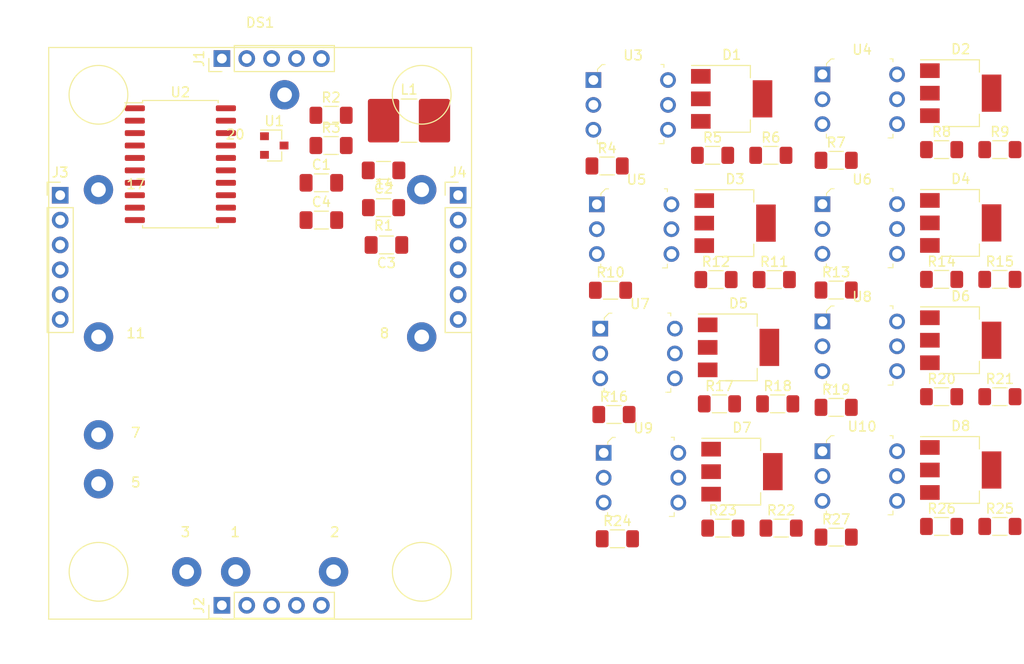
<source format=kicad_pcb>
(kicad_pcb (version 20171130) (host pcbnew 5.1.10-88a1d61d58~90~ubuntu20.04.1)

  (general
    (thickness 1.6)
    (drawings 0)
    (tracks 0)
    (zones 0)
    (modules 55)
    (nets 77)
  )

  (page A4)
  (layers
    (0 F.Cu signal)
    (31 B.Cu signal)
    (32 B.Adhes user)
    (33 F.Adhes user)
    (34 B.Paste user)
    (35 F.Paste user)
    (36 B.SilkS user)
    (37 F.SilkS user)
    (38 B.Mask user)
    (39 F.Mask user)
    (40 Dwgs.User user hide)
    (41 Cmts.User user hide)
    (42 Eco1.User user hide)
    (43 Eco2.User user hide)
    (44 Edge.Cuts user)
    (45 Margin user)
    (46 B.CrtYd user)
    (47 F.CrtYd user)
    (48 B.Fab user)
    (49 F.Fab user)
  )

  (setup
    (last_trace_width 0.25)
    (trace_clearance 0.2)
    (zone_clearance 0.508)
    (zone_45_only no)
    (trace_min 0.2)
    (via_size 0.8)
    (via_drill 0.4)
    (via_min_size 0.4)
    (via_min_drill 0.3)
    (uvia_size 0.3)
    (uvia_drill 0.1)
    (uvias_allowed no)
    (uvia_min_size 0.2)
    (uvia_min_drill 0.1)
    (edge_width 0.05)
    (segment_width 0.2)
    (pcb_text_width 0.3)
    (pcb_text_size 1.5 1.5)
    (mod_edge_width 0.12)
    (mod_text_size 1 1)
    (mod_text_width 0.15)
    (pad_size 1.524 1.524)
    (pad_drill 0.762)
    (pad_to_mask_clearance 0)
    (aux_axis_origin 0 0)
    (visible_elements FFFFFF7F)
    (pcbplotparams
      (layerselection 0x010fc_ffffffff)
      (usegerberextensions false)
      (usegerberattributes true)
      (usegerberadvancedattributes true)
      (creategerberjobfile true)
      (excludeedgelayer true)
      (linewidth 0.100000)
      (plotframeref false)
      (viasonmask false)
      (mode 1)
      (useauxorigin false)
      (hpglpennumber 1)
      (hpglpenspeed 20)
      (hpglpendiameter 15.000000)
      (psnegative false)
      (psa4output false)
      (plotreference true)
      (plotvalue true)
      (plotinvisibletext false)
      (padsonsilk false)
      (subtractmaskfromsilk false)
      (outputformat 1)
      (mirror false)
      (drillshape 1)
      (scaleselection 1)
      (outputdirectory ""))
  )

  (net 0 "")
  (net 1 GND)
  (net 2 +5V)
  (net 3 /Vpp)
  (net 4 +3V3)
  (net 5 /SegA)
  (net 6 "Net-(D1-Pad3)")
  (net 7 HV_AC)
  (net 8 /SegB)
  (net 9 "Net-(D2-Pad3)")
  (net 10 /SegC)
  (net 11 "Net-(D3-Pad3)")
  (net 12 /SegD)
  (net 13 "Net-(D4-Pad3)")
  (net 14 /SegE)
  (net 15 "Net-(D5-Pad3)")
  (net 16 /SegF)
  (net 17 "Net-(D6-Pad3)")
  (net 18 /SegG)
  (net 19 "Net-(D7-Pad3)")
  (net 20 /SegH)
  (net 21 "Net-(D8-Pad3)")
  (net 22 "Net-(DS1-Pad5)")
  (net 23 GND1)
  (net 24 /ICSPDAT)
  (net 25 /ICSPCLK)
  (net 26 /GPIO0)
  (net 27 /GPIO1)
  (net 28 /GPIO2)
  (net 29 /GPIO3)
  (net 30 /GPIO4)
  (net 31 /RX1)
  (net 32 "Net-(J3-Pad1)")
  (net 33 /TX1)
  (net 34 "Net-(L1-Pad1)")
  (net 35 /MCLR)
  (net 36 "Net-(R3-Pad1)")
  (net 37 "Net-(R4-Pad1)")
  (net 38 "Net-(R5-Pad2)")
  (net 39 "Net-(R7-Pad1)")
  (net 40 "Net-(R8-Pad2)")
  (net 41 "Net-(R10-Pad1)")
  (net 42 "Net-(R11-Pad2)")
  (net 43 "Net-(R13-Pad1)")
  (net 44 "Net-(R14-Pad2)")
  (net 45 "Net-(R16-Pad1)")
  (net 46 "Net-(R17-Pad2)")
  (net 47 "Net-(R19-Pad1)")
  (net 48 "Net-(R20-Pad2)")
  (net 49 "Net-(R22-Pad1)")
  (net 50 "Net-(R23-Pad2)")
  (net 51 "Net-(R25-Pad1)")
  (net 52 "Net-(R26-Pad2)")
  (net 53 /EnbSegA)
  (net 54 /EnbSegB)
  (net 55 /EnbSegC)
  (net 56 /EnbSegH)
  (net 57 /EnbSegG)
  (net 58 /EnbSegD)
  (net 59 /EnbSegE)
  (net 60 /EnbSegF)
  (net 61 "Net-(U3-Pad5)")
  (net 62 "Net-(U3-Pad3)")
  (net 63 "Net-(U4-Pad5)")
  (net 64 "Net-(U4-Pad3)")
  (net 65 "Net-(U5-Pad5)")
  (net 66 "Net-(U5-Pad3)")
  (net 67 "Net-(U6-Pad5)")
  (net 68 "Net-(U6-Pad3)")
  (net 69 "Net-(U7-Pad5)")
  (net 70 "Net-(U7-Pad3)")
  (net 71 "Net-(U8-Pad5)")
  (net 72 "Net-(U8-Pad3)")
  (net 73 "Net-(U9-Pad5)")
  (net 74 "Net-(U9-Pad3)")
  (net 75 "Net-(U10-Pad5)")
  (net 76 "Net-(U10-Pad3)")

  (net_class Default "This is the default net class."
    (clearance 0.2)
    (trace_width 0.25)
    (via_dia 0.8)
    (via_drill 0.4)
    (uvia_dia 0.3)
    (uvia_drill 0.1)
    (add_net +3V3)
    (add_net +5V)
    (add_net /EnbSegA)
    (add_net /EnbSegB)
    (add_net /EnbSegC)
    (add_net /EnbSegD)
    (add_net /EnbSegE)
    (add_net /EnbSegF)
    (add_net /EnbSegG)
    (add_net /EnbSegH)
    (add_net /GPIO0)
    (add_net /GPIO1)
    (add_net /GPIO2)
    (add_net /GPIO3)
    (add_net /GPIO4)
    (add_net /ICSPCLK)
    (add_net /ICSPDAT)
    (add_net /MCLR)
    (add_net /RX1)
    (add_net /SegA)
    (add_net /SegB)
    (add_net /SegC)
    (add_net /SegD)
    (add_net /SegE)
    (add_net /SegF)
    (add_net /SegG)
    (add_net /SegH)
    (add_net /TX1)
    (add_net /Vpp)
    (add_net GND)
    (add_net GND1)
    (add_net HV_AC)
    (add_net "Net-(D1-Pad3)")
    (add_net "Net-(D2-Pad3)")
    (add_net "Net-(D3-Pad3)")
    (add_net "Net-(D4-Pad3)")
    (add_net "Net-(D5-Pad3)")
    (add_net "Net-(D6-Pad3)")
    (add_net "Net-(D7-Pad3)")
    (add_net "Net-(D8-Pad3)")
    (add_net "Net-(DS1-Pad5)")
    (add_net "Net-(J3-Pad1)")
    (add_net "Net-(L1-Pad1)")
    (add_net "Net-(R10-Pad1)")
    (add_net "Net-(R11-Pad2)")
    (add_net "Net-(R13-Pad1)")
    (add_net "Net-(R14-Pad2)")
    (add_net "Net-(R16-Pad1)")
    (add_net "Net-(R17-Pad2)")
    (add_net "Net-(R19-Pad1)")
    (add_net "Net-(R20-Pad2)")
    (add_net "Net-(R22-Pad1)")
    (add_net "Net-(R23-Pad2)")
    (add_net "Net-(R25-Pad1)")
    (add_net "Net-(R26-Pad2)")
    (add_net "Net-(R3-Pad1)")
    (add_net "Net-(R4-Pad1)")
    (add_net "Net-(R5-Pad2)")
    (add_net "Net-(R7-Pad1)")
    (add_net "Net-(R8-Pad2)")
    (add_net "Net-(U10-Pad3)")
    (add_net "Net-(U10-Pad5)")
    (add_net "Net-(U3-Pad3)")
    (add_net "Net-(U3-Pad5)")
    (add_net "Net-(U4-Pad3)")
    (add_net "Net-(U4-Pad5)")
    (add_net "Net-(U5-Pad3)")
    (add_net "Net-(U5-Pad5)")
    (add_net "Net-(U6-Pad3)")
    (add_net "Net-(U6-Pad5)")
    (add_net "Net-(U7-Pad3)")
    (add_net "Net-(U7-Pad5)")
    (add_net "Net-(U8-Pad3)")
    (add_net "Net-(U8-Pad5)")
    (add_net "Net-(U9-Pad3)")
    (add_net "Net-(U9-Pad5)")
  )

  (module jdn_library:C63.396.208-02 (layer F.Cu) (tedit 619C35A3) (tstamp 619CEF54)
    (at 113.125 85.23)
    (descr "8-Segment EL Display")
    (tags "AlienFont, Display, EL, EL Display")
    (path /61B283DA)
    (fp_text reference DS1 (at 0 -31.75) (layer F.SilkS)
      (effects (font (size 1 1) (thickness 0.15)))
    )
    (fp_text value IEL-O-VI_C63.396.208-02 (at 0 31.75) (layer F.Fab)
      (effects (font (size 1 1) (thickness 0.15)))
    )
    (fp_text user 8 (at 12.7 0) (layer F.SilkS)
      (effects (font (size 1 1) (thickness 0.15)))
    )
    (fp_text user 14 (at 12.7 -15.24) (layer F.SilkS)
      (effects (font (size 1 1) (thickness 0.15)))
    )
    (fp_text user 20 (at -2.54 -20.32) (layer F.SilkS)
      (effects (font (size 1 1) (thickness 0.15)))
    )
    (fp_text user 17 (at -12.7 -15.24) (layer F.SilkS)
      (effects (font (size 1 1) (thickness 0.15)))
    )
    (fp_text user 11 (at -12.7 0) (layer F.SilkS)
      (effects (font (size 1 1) (thickness 0.15)))
    )
    (fp_text user 7 (at -12.7 10.16) (layer F.SilkS)
      (effects (font (size 1 1) (thickness 0.15)))
    )
    (fp_text user 5 (at -12.7 15.24) (layer F.SilkS)
      (effects (font (size 1 1) (thickness 0.15)))
    )
    (fp_text user 3 (at -7.62 20.32) (layer F.SilkS)
      (effects (font (size 1 1) (thickness 0.15)))
    )
    (fp_text user 2 (at 7.62 20.32) (layer F.SilkS)
      (effects (font (size 1 1) (thickness 0.15)))
    )
    (fp_text user 1 (at -2.54 20.32) (layer F.SilkS)
      (effects (font (size 1 1) (thickness 0.15)))
    )
    (fp_line (start 21.5 29.375) (end 21.5 -29.375) (layer F.Fab) (width 0.12))
    (fp_line (start 21.5 29.375) (end -21.5 29.375) (layer F.Fab) (width 0.12))
    (fp_line (start 21.5 -29.375) (end -21.5 -29.375) (layer F.Fab) (width 0.12))
    (fp_line (start -21.5 29.375) (end -21.5 -29.375) (layer F.Fab) (width 0.12))
    (fp_line (start -21.59 -29.21) (end 21.59 -29.21) (layer F.SilkS) (width 0.12))
    (fp_line (start 21.59 -29.21) (end 21.59 29.21) (layer F.SilkS) (width 0.12))
    (fp_line (start 21.59 29.21) (end -21.59 29.21) (layer F.SilkS) (width 0.12))
    (fp_line (start -21.59 29.21) (end -21.59 -29.21) (layer F.SilkS) (width 0.12))
    (fp_circle (center 16.5 -24.375) (end 19.5 -24.375) (layer F.SilkS) (width 0.12))
    (fp_circle (center 16.51 24.375) (end 19.51 24.375) (layer F.SilkS) (width 0.12))
    (fp_circle (center -16.5 24.375) (end -13.5 24.375) (layer F.SilkS) (width 0.12))
    (fp_circle (center -16.51 -24.375) (end -13.51 -24.375) (layer F.SilkS) (width 0.12))
    (pad 8 thru_hole circle (at 16.5 0.375) (size 3 3) (drill 1.5) (layers *.Cu *.Mask)
      (net 12 /SegD))
    (pad 14 thru_hole circle (at 16.5 -14.675) (size 3 3) (drill 1.5) (layers *.Cu *.Mask)
      (net 16 /SegF))
    (pad 20 thru_hole circle (at 2.5 -24.375) (size 3 3) (drill 1.5) (layers *.Cu *.Mask)
      (net 20 /SegH))
    (pad 17 thru_hole circle (at -16.51 -14.675) (size 3 3) (drill 1.5) (layers *.Cu *.Mask)
      (net 18 /SegG))
    (pad 11 thru_hole circle (at -16.5 0.375) (size 3 3) (drill 1.5) (layers *.Cu *.Mask)
      (net 14 /SegE))
    (pad 7 thru_hole circle (at -16.5 10.375) (size 3 3) (drill 1.5) (layers *.Cu *.Mask)
      (net 10 /SegC))
    (pad 5 thru_hole circle (at -16.5 15.375) (size 3 3) (drill 1.5) (layers *.Cu *.Mask)
      (net 22 "Net-(DS1-Pad5)"))
    (pad 1 thru_hole circle (at -2.5 24.375) (size 3 3) (drill 1.5) (layers *.Cu *.Mask)
      (net 23 GND1))
    (pad 2 thru_hole circle (at 7.5 24.375) (size 3 3) (drill 1.5) (layers *.Cu *.Mask)
      (net 5 /SegA))
    (pad 3 thru_hole circle (at -7.5 24.375) (size 3 3) (drill 1.5) (layers *.Cu *.Mask)
      (net 8 /SegB))
    (model /home/jdn/Code/jdnKicadLibraries/3dmodels
      (at (xyz 0 0 0))
      (scale (xyz 1 1 1))
      (rotate (xyz 0 0 0))
    )
  )

  (module digikey-footprints:DIP-6_W7.62mm (layer F.Cu) (tedit 5AFEF30B) (tstamp 619C9E71)
    (at 170.55 97.28)
    (descr http://optoelectronics.liteon.com/upload/download/DS70-2001-026/MOC306X%20series%20201606.pdf)
    (path /61FD5726/61A7316C)
    (fp_text reference U10 (at 4.05 -2.52) (layer F.SilkS)
      (effects (font (size 1 1) (thickness 0.15)))
    )
    (fp_text value MOC3063 (at 4.1 8.1) (layer F.Fab)
      (effects (font (size 1 1) (thickness 0.15)))
    )
    (fp_text user REF** (at 3.94 3.1) (layer F.Fab)
      (effects (font (size 1 1) (thickness 0.1)))
    )
    (fp_line (start 0.89 -1.58) (end 0.415 -1.105) (layer F.SilkS) (width 0.1))
    (fp_line (start 0.54 -1.055) (end 0.915 -1.43) (layer F.Fab) (width 0.1))
    (fp_line (start 0.4 6.1) (end 0.4 6.5) (layer F.SilkS) (width 0.1))
    (fp_line (start 0.4 6.5) (end 1 6.5) (layer F.SilkS) (width 0.1))
    (fp_line (start 7.2 6.5) (end 7.2 6.1) (layer F.SilkS) (width 0.1))
    (fp_line (start 7.2 6.5) (end 6.7 6.5) (layer F.SilkS) (width 0.1))
    (fp_line (start -1.05 -1.68) (end 8.67 -1.68) (layer F.CrtYd) (width 0.05))
    (fp_line (start -1.05 6.61) (end 8.67 6.61) (layer F.CrtYd) (width 0.05))
    (fp_line (start 0.55 6.36) (end 7.05 6.36) (layer F.Fab) (width 0.1))
    (fp_line (start -1.05 -1.68) (end -1.05 6.61) (layer F.CrtYd) (width 0.05))
    (fp_line (start 8.67 -1.68) (end 8.67 6.61) (layer F.CrtYd) (width 0.05))
    (fp_line (start 0.415 -0.88) (end 0.415 -1.105) (layer F.SilkS) (width 0.1))
    (fp_line (start 0.89 -1.58) (end 1.19 -1.58) (layer F.SilkS) (width 0.1))
    (fp_line (start 7.2 -1.29) (end 7.2 -1.59) (layer F.SilkS) (width 0.1))
    (fp_line (start 7.2 -1.59) (end 6.9 -1.59) (layer F.SilkS) (width 0.1))
    (fp_line (start 0.915 -1.43) (end 7.05 -1.43) (layer F.Fab) (width 0.1))
    (fp_line (start 7.05 -1.43) (end 7.05 6.36) (layer F.Fab) (width 0.1))
    (fp_line (start 0.54 -1.055) (end 0.55 6.36) (layer F.Fab) (width 0.1))
    (pad 6 thru_hole circle (at 7.62 0) (size 1.6 1.6) (drill 1) (layers *.Cu *.Mask)
      (net 52 "Net-(R26-Pad2)"))
    (pad 5 thru_hole circle (at 7.62 2.54) (size 1.6 1.6) (drill 1) (layers *.Cu *.Mask)
      (net 75 "Net-(U10-Pad5)"))
    (pad 4 thru_hole circle (at 7.62 5.08) (size 1.6 1.6) (drill 1) (layers *.Cu *.Mask)
      (net 21 "Net-(D8-Pad3)"))
    (pad 3 thru_hole circle (at 0 5.08) (size 1.6 1.6) (drill 1) (layers *.Cu *.Mask)
      (net 76 "Net-(U10-Pad3)"))
    (pad 2 thru_hole circle (at 0 2.54) (size 1.6 1.6) (drill 1) (layers *.Cu *.Mask)
      (net 51 "Net-(R25-Pad1)"))
    (pad 1 thru_hole rect (at 0 0) (size 1.6 1.6) (drill 1) (layers *.Cu *.Mask)
      (net 56 /EnbSegH))
  )

  (module digikey-footprints:DIP-6_W7.62mm (layer F.Cu) (tedit 5AFEF30B) (tstamp 619C9E54)
    (at 148.21 97.45)
    (descr http://optoelectronics.liteon.com/upload/download/DS70-2001-026/MOC306X%20series%20201606.pdf)
    (path /61FD5722/61A7316C)
    (fp_text reference U9 (at 4.05 -2.52) (layer F.SilkS)
      (effects (font (size 1 1) (thickness 0.15)))
    )
    (fp_text value MOC3063 (at 4.1 8.1) (layer F.Fab)
      (effects (font (size 1 1) (thickness 0.15)))
    )
    (fp_text user REF** (at 3.94 3.1) (layer F.Fab)
      (effects (font (size 1 1) (thickness 0.1)))
    )
    (fp_line (start 0.89 -1.58) (end 0.415 -1.105) (layer F.SilkS) (width 0.1))
    (fp_line (start 0.54 -1.055) (end 0.915 -1.43) (layer F.Fab) (width 0.1))
    (fp_line (start 0.4 6.1) (end 0.4 6.5) (layer F.SilkS) (width 0.1))
    (fp_line (start 0.4 6.5) (end 1 6.5) (layer F.SilkS) (width 0.1))
    (fp_line (start 7.2 6.5) (end 7.2 6.1) (layer F.SilkS) (width 0.1))
    (fp_line (start 7.2 6.5) (end 6.7 6.5) (layer F.SilkS) (width 0.1))
    (fp_line (start -1.05 -1.68) (end 8.67 -1.68) (layer F.CrtYd) (width 0.05))
    (fp_line (start -1.05 6.61) (end 8.67 6.61) (layer F.CrtYd) (width 0.05))
    (fp_line (start 0.55 6.36) (end 7.05 6.36) (layer F.Fab) (width 0.1))
    (fp_line (start -1.05 -1.68) (end -1.05 6.61) (layer F.CrtYd) (width 0.05))
    (fp_line (start 8.67 -1.68) (end 8.67 6.61) (layer F.CrtYd) (width 0.05))
    (fp_line (start 0.415 -0.88) (end 0.415 -1.105) (layer F.SilkS) (width 0.1))
    (fp_line (start 0.89 -1.58) (end 1.19 -1.58) (layer F.SilkS) (width 0.1))
    (fp_line (start 7.2 -1.29) (end 7.2 -1.59) (layer F.SilkS) (width 0.1))
    (fp_line (start 7.2 -1.59) (end 6.9 -1.59) (layer F.SilkS) (width 0.1))
    (fp_line (start 0.915 -1.43) (end 7.05 -1.43) (layer F.Fab) (width 0.1))
    (fp_line (start 7.05 -1.43) (end 7.05 6.36) (layer F.Fab) (width 0.1))
    (fp_line (start 0.54 -1.055) (end 0.55 6.36) (layer F.Fab) (width 0.1))
    (pad 6 thru_hole circle (at 7.62 0) (size 1.6 1.6) (drill 1) (layers *.Cu *.Mask)
      (net 50 "Net-(R23-Pad2)"))
    (pad 5 thru_hole circle (at 7.62 2.54) (size 1.6 1.6) (drill 1) (layers *.Cu *.Mask)
      (net 73 "Net-(U9-Pad5)"))
    (pad 4 thru_hole circle (at 7.62 5.08) (size 1.6 1.6) (drill 1) (layers *.Cu *.Mask)
      (net 19 "Net-(D7-Pad3)"))
    (pad 3 thru_hole circle (at 0 5.08) (size 1.6 1.6) (drill 1) (layers *.Cu *.Mask)
      (net 74 "Net-(U9-Pad3)"))
    (pad 2 thru_hole circle (at 0 2.54) (size 1.6 1.6) (drill 1) (layers *.Cu *.Mask)
      (net 49 "Net-(R22-Pad1)"))
    (pad 1 thru_hole rect (at 0 0) (size 1.6 1.6) (drill 1) (layers *.Cu *.Mask)
      (net 57 /EnbSegG))
  )

  (module digikey-footprints:DIP-6_W7.62mm (layer F.Cu) (tedit 5AFEF30B) (tstamp 619C9E37)
    (at 170.55 84.02)
    (descr http://optoelectronics.liteon.com/upload/download/DS70-2001-026/MOC306X%20series%20201606.pdf)
    (path /61FD10CE/61A7316C)
    (fp_text reference U8 (at 4.05 -2.52) (layer F.SilkS)
      (effects (font (size 1 1) (thickness 0.15)))
    )
    (fp_text value MOC3063 (at 4.1 8.1) (layer F.Fab)
      (effects (font (size 1 1) (thickness 0.15)))
    )
    (fp_text user REF** (at 3.94 3.1) (layer F.Fab)
      (effects (font (size 1 1) (thickness 0.1)))
    )
    (fp_line (start 0.89 -1.58) (end 0.415 -1.105) (layer F.SilkS) (width 0.1))
    (fp_line (start 0.54 -1.055) (end 0.915 -1.43) (layer F.Fab) (width 0.1))
    (fp_line (start 0.4 6.1) (end 0.4 6.5) (layer F.SilkS) (width 0.1))
    (fp_line (start 0.4 6.5) (end 1 6.5) (layer F.SilkS) (width 0.1))
    (fp_line (start 7.2 6.5) (end 7.2 6.1) (layer F.SilkS) (width 0.1))
    (fp_line (start 7.2 6.5) (end 6.7 6.5) (layer F.SilkS) (width 0.1))
    (fp_line (start -1.05 -1.68) (end 8.67 -1.68) (layer F.CrtYd) (width 0.05))
    (fp_line (start -1.05 6.61) (end 8.67 6.61) (layer F.CrtYd) (width 0.05))
    (fp_line (start 0.55 6.36) (end 7.05 6.36) (layer F.Fab) (width 0.1))
    (fp_line (start -1.05 -1.68) (end -1.05 6.61) (layer F.CrtYd) (width 0.05))
    (fp_line (start 8.67 -1.68) (end 8.67 6.61) (layer F.CrtYd) (width 0.05))
    (fp_line (start 0.415 -0.88) (end 0.415 -1.105) (layer F.SilkS) (width 0.1))
    (fp_line (start 0.89 -1.58) (end 1.19 -1.58) (layer F.SilkS) (width 0.1))
    (fp_line (start 7.2 -1.29) (end 7.2 -1.59) (layer F.SilkS) (width 0.1))
    (fp_line (start 7.2 -1.59) (end 6.9 -1.59) (layer F.SilkS) (width 0.1))
    (fp_line (start 0.915 -1.43) (end 7.05 -1.43) (layer F.Fab) (width 0.1))
    (fp_line (start 7.05 -1.43) (end 7.05 6.36) (layer F.Fab) (width 0.1))
    (fp_line (start 0.54 -1.055) (end 0.55 6.36) (layer F.Fab) (width 0.1))
    (pad 6 thru_hole circle (at 7.62 0) (size 1.6 1.6) (drill 1) (layers *.Cu *.Mask)
      (net 48 "Net-(R20-Pad2)"))
    (pad 5 thru_hole circle (at 7.62 2.54) (size 1.6 1.6) (drill 1) (layers *.Cu *.Mask)
      (net 71 "Net-(U8-Pad5)"))
    (pad 4 thru_hole circle (at 7.62 5.08) (size 1.6 1.6) (drill 1) (layers *.Cu *.Mask)
      (net 17 "Net-(D6-Pad3)"))
    (pad 3 thru_hole circle (at 0 5.08) (size 1.6 1.6) (drill 1) (layers *.Cu *.Mask)
      (net 72 "Net-(U8-Pad3)"))
    (pad 2 thru_hole circle (at 0 2.54) (size 1.6 1.6) (drill 1) (layers *.Cu *.Mask)
      (net 47 "Net-(R19-Pad1)"))
    (pad 1 thru_hole rect (at 0 0) (size 1.6 1.6) (drill 1) (layers *.Cu *.Mask)
      (net 60 /EnbSegF))
  )

  (module digikey-footprints:DIP-6_W7.62mm (layer F.Cu) (tedit 5AFEF30B) (tstamp 619C9E1A)
    (at 147.86 84.75)
    (descr http://optoelectronics.liteon.com/upload/download/DS70-2001-026/MOC306X%20series%20201606.pdf)
    (path /61FD10CA/61A7316C)
    (fp_text reference U7 (at 4.05 -2.52) (layer F.SilkS)
      (effects (font (size 1 1) (thickness 0.15)))
    )
    (fp_text value MOC3063 (at 4.1 8.1) (layer F.Fab)
      (effects (font (size 1 1) (thickness 0.15)))
    )
    (fp_text user REF** (at 3.94 3.1) (layer F.Fab)
      (effects (font (size 1 1) (thickness 0.1)))
    )
    (fp_line (start 0.89 -1.58) (end 0.415 -1.105) (layer F.SilkS) (width 0.1))
    (fp_line (start 0.54 -1.055) (end 0.915 -1.43) (layer F.Fab) (width 0.1))
    (fp_line (start 0.4 6.1) (end 0.4 6.5) (layer F.SilkS) (width 0.1))
    (fp_line (start 0.4 6.5) (end 1 6.5) (layer F.SilkS) (width 0.1))
    (fp_line (start 7.2 6.5) (end 7.2 6.1) (layer F.SilkS) (width 0.1))
    (fp_line (start 7.2 6.5) (end 6.7 6.5) (layer F.SilkS) (width 0.1))
    (fp_line (start -1.05 -1.68) (end 8.67 -1.68) (layer F.CrtYd) (width 0.05))
    (fp_line (start -1.05 6.61) (end 8.67 6.61) (layer F.CrtYd) (width 0.05))
    (fp_line (start 0.55 6.36) (end 7.05 6.36) (layer F.Fab) (width 0.1))
    (fp_line (start -1.05 -1.68) (end -1.05 6.61) (layer F.CrtYd) (width 0.05))
    (fp_line (start 8.67 -1.68) (end 8.67 6.61) (layer F.CrtYd) (width 0.05))
    (fp_line (start 0.415 -0.88) (end 0.415 -1.105) (layer F.SilkS) (width 0.1))
    (fp_line (start 0.89 -1.58) (end 1.19 -1.58) (layer F.SilkS) (width 0.1))
    (fp_line (start 7.2 -1.29) (end 7.2 -1.59) (layer F.SilkS) (width 0.1))
    (fp_line (start 7.2 -1.59) (end 6.9 -1.59) (layer F.SilkS) (width 0.1))
    (fp_line (start 0.915 -1.43) (end 7.05 -1.43) (layer F.Fab) (width 0.1))
    (fp_line (start 7.05 -1.43) (end 7.05 6.36) (layer F.Fab) (width 0.1))
    (fp_line (start 0.54 -1.055) (end 0.55 6.36) (layer F.Fab) (width 0.1))
    (pad 6 thru_hole circle (at 7.62 0) (size 1.6 1.6) (drill 1) (layers *.Cu *.Mask)
      (net 46 "Net-(R17-Pad2)"))
    (pad 5 thru_hole circle (at 7.62 2.54) (size 1.6 1.6) (drill 1) (layers *.Cu *.Mask)
      (net 69 "Net-(U7-Pad5)"))
    (pad 4 thru_hole circle (at 7.62 5.08) (size 1.6 1.6) (drill 1) (layers *.Cu *.Mask)
      (net 15 "Net-(D5-Pad3)"))
    (pad 3 thru_hole circle (at 0 5.08) (size 1.6 1.6) (drill 1) (layers *.Cu *.Mask)
      (net 70 "Net-(U7-Pad3)"))
    (pad 2 thru_hole circle (at 0 2.54) (size 1.6 1.6) (drill 1) (layers *.Cu *.Mask)
      (net 45 "Net-(R16-Pad1)"))
    (pad 1 thru_hole rect (at 0 0) (size 1.6 1.6) (drill 1) (layers *.Cu *.Mask)
      (net 59 /EnbSegE))
  )

  (module digikey-footprints:DIP-6_W7.62mm (layer F.Cu) (tedit 5AFEF30B) (tstamp 619C9DFD)
    (at 170.55 72.03)
    (descr http://optoelectronics.liteon.com/upload/download/DS70-2001-026/MOC306X%20series%20201606.pdf)
    (path /61FCCA04/61A7316C)
    (fp_text reference U6 (at 4.05 -2.52) (layer F.SilkS)
      (effects (font (size 1 1) (thickness 0.15)))
    )
    (fp_text value MOC3063 (at 4.1 8.1) (layer F.Fab)
      (effects (font (size 1 1) (thickness 0.15)))
    )
    (fp_text user REF** (at 3.94 3.1) (layer F.Fab)
      (effects (font (size 1 1) (thickness 0.1)))
    )
    (fp_line (start 0.89 -1.58) (end 0.415 -1.105) (layer F.SilkS) (width 0.1))
    (fp_line (start 0.54 -1.055) (end 0.915 -1.43) (layer F.Fab) (width 0.1))
    (fp_line (start 0.4 6.1) (end 0.4 6.5) (layer F.SilkS) (width 0.1))
    (fp_line (start 0.4 6.5) (end 1 6.5) (layer F.SilkS) (width 0.1))
    (fp_line (start 7.2 6.5) (end 7.2 6.1) (layer F.SilkS) (width 0.1))
    (fp_line (start 7.2 6.5) (end 6.7 6.5) (layer F.SilkS) (width 0.1))
    (fp_line (start -1.05 -1.68) (end 8.67 -1.68) (layer F.CrtYd) (width 0.05))
    (fp_line (start -1.05 6.61) (end 8.67 6.61) (layer F.CrtYd) (width 0.05))
    (fp_line (start 0.55 6.36) (end 7.05 6.36) (layer F.Fab) (width 0.1))
    (fp_line (start -1.05 -1.68) (end -1.05 6.61) (layer F.CrtYd) (width 0.05))
    (fp_line (start 8.67 -1.68) (end 8.67 6.61) (layer F.CrtYd) (width 0.05))
    (fp_line (start 0.415 -0.88) (end 0.415 -1.105) (layer F.SilkS) (width 0.1))
    (fp_line (start 0.89 -1.58) (end 1.19 -1.58) (layer F.SilkS) (width 0.1))
    (fp_line (start 7.2 -1.29) (end 7.2 -1.59) (layer F.SilkS) (width 0.1))
    (fp_line (start 7.2 -1.59) (end 6.9 -1.59) (layer F.SilkS) (width 0.1))
    (fp_line (start 0.915 -1.43) (end 7.05 -1.43) (layer F.Fab) (width 0.1))
    (fp_line (start 7.05 -1.43) (end 7.05 6.36) (layer F.Fab) (width 0.1))
    (fp_line (start 0.54 -1.055) (end 0.55 6.36) (layer F.Fab) (width 0.1))
    (pad 6 thru_hole circle (at 7.62 0) (size 1.6 1.6) (drill 1) (layers *.Cu *.Mask)
      (net 44 "Net-(R14-Pad2)"))
    (pad 5 thru_hole circle (at 7.62 2.54) (size 1.6 1.6) (drill 1) (layers *.Cu *.Mask)
      (net 67 "Net-(U6-Pad5)"))
    (pad 4 thru_hole circle (at 7.62 5.08) (size 1.6 1.6) (drill 1) (layers *.Cu *.Mask)
      (net 13 "Net-(D4-Pad3)"))
    (pad 3 thru_hole circle (at 0 5.08) (size 1.6 1.6) (drill 1) (layers *.Cu *.Mask)
      (net 68 "Net-(U6-Pad3)"))
    (pad 2 thru_hole circle (at 0 2.54) (size 1.6 1.6) (drill 1) (layers *.Cu *.Mask)
      (net 43 "Net-(R13-Pad1)"))
    (pad 1 thru_hole rect (at 0 0) (size 1.6 1.6) (drill 1) (layers *.Cu *.Mask)
      (net 58 /EnbSegD))
  )

  (module digikey-footprints:DIP-6_W7.62mm (layer F.Cu) (tedit 5AFEF30B) (tstamp 619C9DE0)
    (at 147.51 72.05)
    (descr http://optoelectronics.liteon.com/upload/download/DS70-2001-026/MOC306X%20series%20201606.pdf)
    (path /61FCCA00/61A7316C)
    (fp_text reference U5 (at 4.05 -2.52) (layer F.SilkS)
      (effects (font (size 1 1) (thickness 0.15)))
    )
    (fp_text value MOC3063 (at 4.1 8.1) (layer F.Fab)
      (effects (font (size 1 1) (thickness 0.15)))
    )
    (fp_text user REF** (at 3.94 3.1) (layer F.Fab)
      (effects (font (size 1 1) (thickness 0.1)))
    )
    (fp_line (start 0.89 -1.58) (end 0.415 -1.105) (layer F.SilkS) (width 0.1))
    (fp_line (start 0.54 -1.055) (end 0.915 -1.43) (layer F.Fab) (width 0.1))
    (fp_line (start 0.4 6.1) (end 0.4 6.5) (layer F.SilkS) (width 0.1))
    (fp_line (start 0.4 6.5) (end 1 6.5) (layer F.SilkS) (width 0.1))
    (fp_line (start 7.2 6.5) (end 7.2 6.1) (layer F.SilkS) (width 0.1))
    (fp_line (start 7.2 6.5) (end 6.7 6.5) (layer F.SilkS) (width 0.1))
    (fp_line (start -1.05 -1.68) (end 8.67 -1.68) (layer F.CrtYd) (width 0.05))
    (fp_line (start -1.05 6.61) (end 8.67 6.61) (layer F.CrtYd) (width 0.05))
    (fp_line (start 0.55 6.36) (end 7.05 6.36) (layer F.Fab) (width 0.1))
    (fp_line (start -1.05 -1.68) (end -1.05 6.61) (layer F.CrtYd) (width 0.05))
    (fp_line (start 8.67 -1.68) (end 8.67 6.61) (layer F.CrtYd) (width 0.05))
    (fp_line (start 0.415 -0.88) (end 0.415 -1.105) (layer F.SilkS) (width 0.1))
    (fp_line (start 0.89 -1.58) (end 1.19 -1.58) (layer F.SilkS) (width 0.1))
    (fp_line (start 7.2 -1.29) (end 7.2 -1.59) (layer F.SilkS) (width 0.1))
    (fp_line (start 7.2 -1.59) (end 6.9 -1.59) (layer F.SilkS) (width 0.1))
    (fp_line (start 0.915 -1.43) (end 7.05 -1.43) (layer F.Fab) (width 0.1))
    (fp_line (start 7.05 -1.43) (end 7.05 6.36) (layer F.Fab) (width 0.1))
    (fp_line (start 0.54 -1.055) (end 0.55 6.36) (layer F.Fab) (width 0.1))
    (pad 6 thru_hole circle (at 7.62 0) (size 1.6 1.6) (drill 1) (layers *.Cu *.Mask)
      (net 42 "Net-(R11-Pad2)"))
    (pad 5 thru_hole circle (at 7.62 2.54) (size 1.6 1.6) (drill 1) (layers *.Cu *.Mask)
      (net 65 "Net-(U5-Pad5)"))
    (pad 4 thru_hole circle (at 7.62 5.08) (size 1.6 1.6) (drill 1) (layers *.Cu *.Mask)
      (net 11 "Net-(D3-Pad3)"))
    (pad 3 thru_hole circle (at 0 5.08) (size 1.6 1.6) (drill 1) (layers *.Cu *.Mask)
      (net 66 "Net-(U5-Pad3)"))
    (pad 2 thru_hole circle (at 0 2.54) (size 1.6 1.6) (drill 1) (layers *.Cu *.Mask)
      (net 41 "Net-(R10-Pad1)"))
    (pad 1 thru_hole rect (at 0 0) (size 1.6 1.6) (drill 1) (layers *.Cu *.Mask)
      (net 55 /EnbSegC))
  )

  (module digikey-footprints:DIP-6_W7.62mm (layer F.Cu) (tedit 5AFEF30B) (tstamp 619C9DC3)
    (at 170.55 58.77)
    (descr http://optoelectronics.liteon.com/upload/download/DS70-2001-026/MOC306X%20series%20201606.pdf)
    (path /61F6EF90/61A7316C)
    (fp_text reference U4 (at 4.05 -2.52) (layer F.SilkS)
      (effects (font (size 1 1) (thickness 0.15)))
    )
    (fp_text value MOC3063 (at 4.1 8.1) (layer F.Fab)
      (effects (font (size 1 1) (thickness 0.15)))
    )
    (fp_text user REF** (at 3.94 3.1) (layer F.Fab)
      (effects (font (size 1 1) (thickness 0.1)))
    )
    (fp_line (start 0.89 -1.58) (end 0.415 -1.105) (layer F.SilkS) (width 0.1))
    (fp_line (start 0.54 -1.055) (end 0.915 -1.43) (layer F.Fab) (width 0.1))
    (fp_line (start 0.4 6.1) (end 0.4 6.5) (layer F.SilkS) (width 0.1))
    (fp_line (start 0.4 6.5) (end 1 6.5) (layer F.SilkS) (width 0.1))
    (fp_line (start 7.2 6.5) (end 7.2 6.1) (layer F.SilkS) (width 0.1))
    (fp_line (start 7.2 6.5) (end 6.7 6.5) (layer F.SilkS) (width 0.1))
    (fp_line (start -1.05 -1.68) (end 8.67 -1.68) (layer F.CrtYd) (width 0.05))
    (fp_line (start -1.05 6.61) (end 8.67 6.61) (layer F.CrtYd) (width 0.05))
    (fp_line (start 0.55 6.36) (end 7.05 6.36) (layer F.Fab) (width 0.1))
    (fp_line (start -1.05 -1.68) (end -1.05 6.61) (layer F.CrtYd) (width 0.05))
    (fp_line (start 8.67 -1.68) (end 8.67 6.61) (layer F.CrtYd) (width 0.05))
    (fp_line (start 0.415 -0.88) (end 0.415 -1.105) (layer F.SilkS) (width 0.1))
    (fp_line (start 0.89 -1.58) (end 1.19 -1.58) (layer F.SilkS) (width 0.1))
    (fp_line (start 7.2 -1.29) (end 7.2 -1.59) (layer F.SilkS) (width 0.1))
    (fp_line (start 7.2 -1.59) (end 6.9 -1.59) (layer F.SilkS) (width 0.1))
    (fp_line (start 0.915 -1.43) (end 7.05 -1.43) (layer F.Fab) (width 0.1))
    (fp_line (start 7.05 -1.43) (end 7.05 6.36) (layer F.Fab) (width 0.1))
    (fp_line (start 0.54 -1.055) (end 0.55 6.36) (layer F.Fab) (width 0.1))
    (pad 6 thru_hole circle (at 7.62 0) (size 1.6 1.6) (drill 1) (layers *.Cu *.Mask)
      (net 40 "Net-(R8-Pad2)"))
    (pad 5 thru_hole circle (at 7.62 2.54) (size 1.6 1.6) (drill 1) (layers *.Cu *.Mask)
      (net 63 "Net-(U4-Pad5)"))
    (pad 4 thru_hole circle (at 7.62 5.08) (size 1.6 1.6) (drill 1) (layers *.Cu *.Mask)
      (net 9 "Net-(D2-Pad3)"))
    (pad 3 thru_hole circle (at 0 5.08) (size 1.6 1.6) (drill 1) (layers *.Cu *.Mask)
      (net 64 "Net-(U4-Pad3)"))
    (pad 2 thru_hole circle (at 0 2.54) (size 1.6 1.6) (drill 1) (layers *.Cu *.Mask)
      (net 39 "Net-(R7-Pad1)"))
    (pad 1 thru_hole rect (at 0 0) (size 1.6 1.6) (drill 1) (layers *.Cu *.Mask)
      (net 54 /EnbSegB))
  )

  (module digikey-footprints:DIP-6_W7.62mm (layer F.Cu) (tedit 5AFEF30B) (tstamp 619C9DA6)
    (at 147.16 59.35)
    (descr http://optoelectronics.liteon.com/upload/download/DS70-2001-026/MOC306X%20series%20201606.pdf)
    (path /61A24FF0/61A7316C)
    (fp_text reference U3 (at 4.05 -2.52) (layer F.SilkS)
      (effects (font (size 1 1) (thickness 0.15)))
    )
    (fp_text value MOC3063 (at 4.1 8.1) (layer F.Fab)
      (effects (font (size 1 1) (thickness 0.15)))
    )
    (fp_text user REF** (at 3.94 3.1) (layer F.Fab)
      (effects (font (size 1 1) (thickness 0.1)))
    )
    (fp_line (start 0.89 -1.58) (end 0.415 -1.105) (layer F.SilkS) (width 0.1))
    (fp_line (start 0.54 -1.055) (end 0.915 -1.43) (layer F.Fab) (width 0.1))
    (fp_line (start 0.4 6.1) (end 0.4 6.5) (layer F.SilkS) (width 0.1))
    (fp_line (start 0.4 6.5) (end 1 6.5) (layer F.SilkS) (width 0.1))
    (fp_line (start 7.2 6.5) (end 7.2 6.1) (layer F.SilkS) (width 0.1))
    (fp_line (start 7.2 6.5) (end 6.7 6.5) (layer F.SilkS) (width 0.1))
    (fp_line (start -1.05 -1.68) (end 8.67 -1.68) (layer F.CrtYd) (width 0.05))
    (fp_line (start -1.05 6.61) (end 8.67 6.61) (layer F.CrtYd) (width 0.05))
    (fp_line (start 0.55 6.36) (end 7.05 6.36) (layer F.Fab) (width 0.1))
    (fp_line (start -1.05 -1.68) (end -1.05 6.61) (layer F.CrtYd) (width 0.05))
    (fp_line (start 8.67 -1.68) (end 8.67 6.61) (layer F.CrtYd) (width 0.05))
    (fp_line (start 0.415 -0.88) (end 0.415 -1.105) (layer F.SilkS) (width 0.1))
    (fp_line (start 0.89 -1.58) (end 1.19 -1.58) (layer F.SilkS) (width 0.1))
    (fp_line (start 7.2 -1.29) (end 7.2 -1.59) (layer F.SilkS) (width 0.1))
    (fp_line (start 7.2 -1.59) (end 6.9 -1.59) (layer F.SilkS) (width 0.1))
    (fp_line (start 0.915 -1.43) (end 7.05 -1.43) (layer F.Fab) (width 0.1))
    (fp_line (start 7.05 -1.43) (end 7.05 6.36) (layer F.Fab) (width 0.1))
    (fp_line (start 0.54 -1.055) (end 0.55 6.36) (layer F.Fab) (width 0.1))
    (pad 6 thru_hole circle (at 7.62 0) (size 1.6 1.6) (drill 1) (layers *.Cu *.Mask)
      (net 38 "Net-(R5-Pad2)"))
    (pad 5 thru_hole circle (at 7.62 2.54) (size 1.6 1.6) (drill 1) (layers *.Cu *.Mask)
      (net 61 "Net-(U3-Pad5)"))
    (pad 4 thru_hole circle (at 7.62 5.08) (size 1.6 1.6) (drill 1) (layers *.Cu *.Mask)
      (net 6 "Net-(D1-Pad3)"))
    (pad 3 thru_hole circle (at 0 5.08) (size 1.6 1.6) (drill 1) (layers *.Cu *.Mask)
      (net 62 "Net-(U3-Pad3)"))
    (pad 2 thru_hole circle (at 0 2.54) (size 1.6 1.6) (drill 1) (layers *.Cu *.Mask)
      (net 37 "Net-(R4-Pad1)"))
    (pad 1 thru_hole rect (at 0 0) (size 1.6 1.6) (drill 1) (layers *.Cu *.Mask)
      (net 53 /EnbSegA))
  )

  (module Package_SO:SOIC-20W_7.5x12.8mm_P1.27mm (layer F.Cu) (tedit 5D9F72B1) (tstamp 619C9D89)
    (at 104.98 67.945)
    (descr "SOIC, 20 Pin (JEDEC MS-013AC, https://www.analog.com/media/en/package-pcb-resources/package/233848rw_20.pdf), generated with kicad-footprint-generator ipc_gullwing_generator.py")
    (tags "SOIC SO")
    (path /61B27776)
    (attr smd)
    (fp_text reference U2 (at 0 -7.35) (layer F.SilkS)
      (effects (font (size 1 1) (thickness 0.15)))
    )
    (fp_text value PIC18F16Q40-E_SO (at 0 7.35) (layer F.Fab)
      (effects (font (size 1 1) (thickness 0.15)))
    )
    (fp_text user %R (at 0 0) (layer F.Fab)
      (effects (font (size 1 1) (thickness 0.15)))
    )
    (fp_line (start 0 6.51) (end 3.86 6.51) (layer F.SilkS) (width 0.12))
    (fp_line (start 3.86 6.51) (end 3.86 6.275) (layer F.SilkS) (width 0.12))
    (fp_line (start 0 6.51) (end -3.86 6.51) (layer F.SilkS) (width 0.12))
    (fp_line (start -3.86 6.51) (end -3.86 6.275) (layer F.SilkS) (width 0.12))
    (fp_line (start 0 -6.51) (end 3.86 -6.51) (layer F.SilkS) (width 0.12))
    (fp_line (start 3.86 -6.51) (end 3.86 -6.275) (layer F.SilkS) (width 0.12))
    (fp_line (start 0 -6.51) (end -3.86 -6.51) (layer F.SilkS) (width 0.12))
    (fp_line (start -3.86 -6.51) (end -3.86 -6.275) (layer F.SilkS) (width 0.12))
    (fp_line (start -3.86 -6.275) (end -5.675 -6.275) (layer F.SilkS) (width 0.12))
    (fp_line (start -2.75 -6.4) (end 3.75 -6.4) (layer F.Fab) (width 0.1))
    (fp_line (start 3.75 -6.4) (end 3.75 6.4) (layer F.Fab) (width 0.1))
    (fp_line (start 3.75 6.4) (end -3.75 6.4) (layer F.Fab) (width 0.1))
    (fp_line (start -3.75 6.4) (end -3.75 -5.4) (layer F.Fab) (width 0.1))
    (fp_line (start -3.75 -5.4) (end -2.75 -6.4) (layer F.Fab) (width 0.1))
    (fp_line (start -5.93 -6.65) (end -5.93 6.65) (layer F.CrtYd) (width 0.05))
    (fp_line (start -5.93 6.65) (end 5.93 6.65) (layer F.CrtYd) (width 0.05))
    (fp_line (start 5.93 6.65) (end 5.93 -6.65) (layer F.CrtYd) (width 0.05))
    (fp_line (start 5.93 -6.65) (end -5.93 -6.65) (layer F.CrtYd) (width 0.05))
    (pad 20 smd roundrect (at 4.65 -5.715) (size 2.05 0.6) (layers F.Cu F.Paste F.Mask) (roundrect_rratio 0.25)
      (net 1 GND))
    (pad 19 smd roundrect (at 4.65 -4.445) (size 2.05 0.6) (layers F.Cu F.Paste F.Mask) (roundrect_rratio 0.25)
      (net 24 /ICSPDAT))
    (pad 18 smd roundrect (at 4.65 -3.175) (size 2.05 0.6) (layers F.Cu F.Paste F.Mask) (roundrect_rratio 0.25)
      (net 25 /ICSPCLK))
    (pad 17 smd roundrect (at 4.65 -1.905) (size 2.05 0.6) (layers F.Cu F.Paste F.Mask) (roundrect_rratio 0.25)
      (net 26 /GPIO0))
    (pad 16 smd roundrect (at 4.65 -0.635) (size 2.05 0.6) (layers F.Cu F.Paste F.Mask) (roundrect_rratio 0.25)
      (net 53 /EnbSegA))
    (pad 15 smd roundrect (at 4.65 0.635) (size 2.05 0.6) (layers F.Cu F.Paste F.Mask) (roundrect_rratio 0.25)
      (net 54 /EnbSegB))
    (pad 14 smd roundrect (at 4.65 1.905) (size 2.05 0.6) (layers F.Cu F.Paste F.Mask) (roundrect_rratio 0.25)
      (net 55 /EnbSegC))
    (pad 13 smd roundrect (at 4.65 3.175) (size 2.05 0.6) (layers F.Cu F.Paste F.Mask) (roundrect_rratio 0.25)
      (net 33 /TX1))
    (pad 12 smd roundrect (at 4.65 4.445) (size 2.05 0.6) (layers F.Cu F.Paste F.Mask) (roundrect_rratio 0.25)
      (net 31 /RX1))
    (pad 11 smd roundrect (at 4.65 5.715) (size 2.05 0.6) (layers F.Cu F.Paste F.Mask) (roundrect_rratio 0.25)
      (net 29 /GPIO3))
    (pad 10 smd roundrect (at -4.65 5.715) (size 2.05 0.6) (layers F.Cu F.Paste F.Mask) (roundrect_rratio 0.25)
      (net 30 /GPIO4))
    (pad 9 smd roundrect (at -4.65 4.445) (size 2.05 0.6) (layers F.Cu F.Paste F.Mask) (roundrect_rratio 0.25)
      (net 56 /EnbSegH))
    (pad 8 smd roundrect (at -4.65 3.175) (size 2.05 0.6) (layers F.Cu F.Paste F.Mask) (roundrect_rratio 0.25)
      (net 57 /EnbSegG))
    (pad 7 smd roundrect (at -4.65 1.905) (size 2.05 0.6) (layers F.Cu F.Paste F.Mask) (roundrect_rratio 0.25)
      (net 58 /EnbSegD))
    (pad 6 smd roundrect (at -4.65 0.635) (size 2.05 0.6) (layers F.Cu F.Paste F.Mask) (roundrect_rratio 0.25)
      (net 59 /EnbSegE))
    (pad 5 smd roundrect (at -4.65 -0.635) (size 2.05 0.6) (layers F.Cu F.Paste F.Mask) (roundrect_rratio 0.25)
      (net 60 /EnbSegF))
    (pad 4 smd roundrect (at -4.65 -1.905) (size 2.05 0.6) (layers F.Cu F.Paste F.Mask) (roundrect_rratio 0.25)
      (net 35 /MCLR))
    (pad 3 smd roundrect (at -4.65 -3.175) (size 2.05 0.6) (layers F.Cu F.Paste F.Mask) (roundrect_rratio 0.25)
      (net 28 /GPIO2))
    (pad 2 smd roundrect (at -4.65 -4.445) (size 2.05 0.6) (layers F.Cu F.Paste F.Mask) (roundrect_rratio 0.25)
      (net 27 /GPIO1))
    (pad 1 smd roundrect (at -4.65 -5.715) (size 2.05 0.6) (layers F.Cu F.Paste F.Mask) (roundrect_rratio 0.25)
      (net 4 +3V3))
    (model ${KISYS3DMOD}/Package_SO.3dshapes/SOIC-20W_7.5x12.8mm_P1.27mm.wrl
      (at (xyz 0 0 0))
      (scale (xyz 1 1 1))
      (rotate (xyz 0 0 0))
    )
  )

  (module Package_TO_SOT_SMD:SOT-23 (layer F.Cu) (tedit 5A02FF57) (tstamp 619C9D5E)
    (at 114.57 66.04)
    (descr "SOT-23, Standard")
    (tags SOT-23)
    (path /6199AA53)
    (attr smd)
    (fp_text reference U1 (at 0 -2.5) (layer F.SilkS)
      (effects (font (size 1 1) (thickness 0.15)))
    )
    (fp_text value LM3671MF-3.3_NOPB (at 0 2.5) (layer F.Fab)
      (effects (font (size 1 1) (thickness 0.15)))
    )
    (fp_text user %R (at 0 0 90) (layer F.Fab)
      (effects (font (size 0.5 0.5) (thickness 0.075)))
    )
    (fp_line (start -0.7 -0.95) (end -0.7 1.5) (layer F.Fab) (width 0.1))
    (fp_line (start -0.15 -1.52) (end 0.7 -1.52) (layer F.Fab) (width 0.1))
    (fp_line (start -0.7 -0.95) (end -0.15 -1.52) (layer F.Fab) (width 0.1))
    (fp_line (start 0.7 -1.52) (end 0.7 1.52) (layer F.Fab) (width 0.1))
    (fp_line (start -0.7 1.52) (end 0.7 1.52) (layer F.Fab) (width 0.1))
    (fp_line (start 0.76 1.58) (end 0.76 0.65) (layer F.SilkS) (width 0.12))
    (fp_line (start 0.76 -1.58) (end 0.76 -0.65) (layer F.SilkS) (width 0.12))
    (fp_line (start -1.7 -1.75) (end 1.7 -1.75) (layer F.CrtYd) (width 0.05))
    (fp_line (start 1.7 -1.75) (end 1.7 1.75) (layer F.CrtYd) (width 0.05))
    (fp_line (start 1.7 1.75) (end -1.7 1.75) (layer F.CrtYd) (width 0.05))
    (fp_line (start -1.7 1.75) (end -1.7 -1.75) (layer F.CrtYd) (width 0.05))
    (fp_line (start 0.76 -1.58) (end -1.4 -1.58) (layer F.SilkS) (width 0.12))
    (fp_line (start 0.76 1.58) (end -0.7 1.58) (layer F.SilkS) (width 0.12))
    (pad 3 smd rect (at 1 0) (size 0.9 0.8) (layers F.Cu F.Paste F.Mask)
      (net 36 "Net-(R3-Pad1)"))
    (pad 2 smd rect (at -1 0.95) (size 0.9 0.8) (layers F.Cu F.Paste F.Mask)
      (net 1 GND))
    (pad 1 smd rect (at -1 -0.95) (size 0.9 0.8) (layers F.Cu F.Paste F.Mask)
      (net 2 +5V))
    (model ${KISYS3DMOD}/Package_TO_SOT_SMD.3dshapes/SOT-23.wrl
      (at (xyz 0 0 0))
      (scale (xyz 1 1 1))
      (rotate (xyz 0 0 0))
    )
  )

  (module Resistor_SMD:R_1206_3216Metric_Pad1.30x1.75mm_HandSolder (layer F.Cu) (tedit 5F68FEEE) (tstamp 619C9D49)
    (at 171.95 106.06)
    (descr "Resistor SMD 1206 (3216 Metric), square (rectangular) end terminal, IPC_7351 nominal with elongated pad for handsoldering. (Body size source: IPC-SM-782 page 72, https://www.pcb-3d.com/wordpress/wp-content/uploads/ipc-sm-782a_amendment_1_and_2.pdf), generated with kicad-footprint-generator")
    (tags "resistor handsolder")
    (path /61FD5726/61A5AA6D)
    (attr smd)
    (fp_text reference R27 (at 0 -1.82) (layer F.SilkS)
      (effects (font (size 1 1) (thickness 0.15)))
    )
    (fp_text value 390 (at 0 1.82) (layer F.Fab)
      (effects (font (size 1 1) (thickness 0.15)))
    )
    (fp_text user %R (at 0 0) (layer F.Fab)
      (effects (font (size 0.8 0.8) (thickness 0.12)))
    )
    (fp_line (start -1.6 0.8) (end -1.6 -0.8) (layer F.Fab) (width 0.1))
    (fp_line (start -1.6 -0.8) (end 1.6 -0.8) (layer F.Fab) (width 0.1))
    (fp_line (start 1.6 -0.8) (end 1.6 0.8) (layer F.Fab) (width 0.1))
    (fp_line (start 1.6 0.8) (end -1.6 0.8) (layer F.Fab) (width 0.1))
    (fp_line (start -0.727064 -0.91) (end 0.727064 -0.91) (layer F.SilkS) (width 0.12))
    (fp_line (start -0.727064 0.91) (end 0.727064 0.91) (layer F.SilkS) (width 0.12))
    (fp_line (start -2.45 1.12) (end -2.45 -1.12) (layer F.CrtYd) (width 0.05))
    (fp_line (start -2.45 -1.12) (end 2.45 -1.12) (layer F.CrtYd) (width 0.05))
    (fp_line (start 2.45 -1.12) (end 2.45 1.12) (layer F.CrtYd) (width 0.05))
    (fp_line (start 2.45 1.12) (end -2.45 1.12) (layer F.CrtYd) (width 0.05))
    (pad 2 smd roundrect (at 1.55 0) (size 1.3 1.75) (layers F.Cu F.Paste F.Mask) (roundrect_rratio 0.192308)
      (net 21 "Net-(D8-Pad3)"))
    (pad 1 smd roundrect (at -1.55 0) (size 1.3 1.75) (layers F.Cu F.Paste F.Mask) (roundrect_rratio 0.192308)
      (net 20 /SegH))
    (model ${KISYS3DMOD}/Resistor_SMD.3dshapes/R_1206_3216Metric.wrl
      (at (xyz 0 0 0))
      (scale (xyz 1 1 1))
      (rotate (xyz 0 0 0))
    )
  )

  (module Resistor_SMD:R_1206_3216Metric_Pad1.30x1.75mm_HandSolder (layer F.Cu) (tedit 5F68FEEE) (tstamp 619C9D38)
    (at 182.72 104.97)
    (descr "Resistor SMD 1206 (3216 Metric), square (rectangular) end terminal, IPC_7351 nominal with elongated pad for handsoldering. (Body size source: IPC-SM-782 page 72, https://www.pcb-3d.com/wordpress/wp-content/uploads/ipc-sm-782a_amendment_1_and_2.pdf), generated with kicad-footprint-generator")
    (tags "resistor handsolder")
    (path /61FD5726/61A5AA67)
    (attr smd)
    (fp_text reference R26 (at 0 -1.82) (layer F.SilkS)
      (effects (font (size 1 1) (thickness 0.15)))
    )
    (fp_text value 390 (at 0 1.82) (layer F.Fab)
      (effects (font (size 1 1) (thickness 0.15)))
    )
    (fp_text user %R (at 0 0) (layer F.Fab)
      (effects (font (size 0.8 0.8) (thickness 0.12)))
    )
    (fp_line (start -1.6 0.8) (end -1.6 -0.8) (layer F.Fab) (width 0.1))
    (fp_line (start -1.6 -0.8) (end 1.6 -0.8) (layer F.Fab) (width 0.1))
    (fp_line (start 1.6 -0.8) (end 1.6 0.8) (layer F.Fab) (width 0.1))
    (fp_line (start 1.6 0.8) (end -1.6 0.8) (layer F.Fab) (width 0.1))
    (fp_line (start -0.727064 -0.91) (end 0.727064 -0.91) (layer F.SilkS) (width 0.12))
    (fp_line (start -0.727064 0.91) (end 0.727064 0.91) (layer F.SilkS) (width 0.12))
    (fp_line (start -2.45 1.12) (end -2.45 -1.12) (layer F.CrtYd) (width 0.05))
    (fp_line (start -2.45 -1.12) (end 2.45 -1.12) (layer F.CrtYd) (width 0.05))
    (fp_line (start 2.45 -1.12) (end 2.45 1.12) (layer F.CrtYd) (width 0.05))
    (fp_line (start 2.45 1.12) (end -2.45 1.12) (layer F.CrtYd) (width 0.05))
    (pad 2 smd roundrect (at 1.55 0) (size 1.3 1.75) (layers F.Cu F.Paste F.Mask) (roundrect_rratio 0.192308)
      (net 52 "Net-(R26-Pad2)"))
    (pad 1 smd roundrect (at -1.55 0) (size 1.3 1.75) (layers F.Cu F.Paste F.Mask) (roundrect_rratio 0.192308)
      (net 7 HV_AC))
    (model ${KISYS3DMOD}/Resistor_SMD.3dshapes/R_1206_3216Metric.wrl
      (at (xyz 0 0 0))
      (scale (xyz 1 1 1))
      (rotate (xyz 0 0 0))
    )
  )

  (module Resistor_SMD:R_1206_3216Metric_Pad1.30x1.75mm_HandSolder (layer F.Cu) (tedit 5F68FEEE) (tstamp 619C9D27)
    (at 188.67 104.97)
    (descr "Resistor SMD 1206 (3216 Metric), square (rectangular) end terminal, IPC_7351 nominal with elongated pad for handsoldering. (Body size source: IPC-SM-782 page 72, https://www.pcb-3d.com/wordpress/wp-content/uploads/ipc-sm-782a_amendment_1_and_2.pdf), generated with kicad-footprint-generator")
    (tags "resistor handsolder")
    (path /61FD5726/61A5AA83)
    (attr smd)
    (fp_text reference R25 (at 0 -1.82) (layer F.SilkS)
      (effects (font (size 1 1) (thickness 0.15)))
    )
    (fp_text value 390 (at 0 1.82) (layer F.Fab)
      (effects (font (size 1 1) (thickness 0.15)))
    )
    (fp_text user %R (at 0 0) (layer F.Fab)
      (effects (font (size 0.8 0.8) (thickness 0.12)))
    )
    (fp_line (start -1.6 0.8) (end -1.6 -0.8) (layer F.Fab) (width 0.1))
    (fp_line (start -1.6 -0.8) (end 1.6 -0.8) (layer F.Fab) (width 0.1))
    (fp_line (start 1.6 -0.8) (end 1.6 0.8) (layer F.Fab) (width 0.1))
    (fp_line (start 1.6 0.8) (end -1.6 0.8) (layer F.Fab) (width 0.1))
    (fp_line (start -0.727064 -0.91) (end 0.727064 -0.91) (layer F.SilkS) (width 0.12))
    (fp_line (start -0.727064 0.91) (end 0.727064 0.91) (layer F.SilkS) (width 0.12))
    (fp_line (start -2.45 1.12) (end -2.45 -1.12) (layer F.CrtYd) (width 0.05))
    (fp_line (start -2.45 -1.12) (end 2.45 -1.12) (layer F.CrtYd) (width 0.05))
    (fp_line (start 2.45 -1.12) (end 2.45 1.12) (layer F.CrtYd) (width 0.05))
    (fp_line (start 2.45 1.12) (end -2.45 1.12) (layer F.CrtYd) (width 0.05))
    (pad 2 smd roundrect (at 1.55 0) (size 1.3 1.75) (layers F.Cu F.Paste F.Mask) (roundrect_rratio 0.192308)
      (net 23 GND1))
    (pad 1 smd roundrect (at -1.55 0) (size 1.3 1.75) (layers F.Cu F.Paste F.Mask) (roundrect_rratio 0.192308)
      (net 51 "Net-(R25-Pad1)"))
    (model ${KISYS3DMOD}/Resistor_SMD.3dshapes/R_1206_3216Metric.wrl
      (at (xyz 0 0 0))
      (scale (xyz 1 1 1))
      (rotate (xyz 0 0 0))
    )
  )

  (module Resistor_SMD:R_1206_3216Metric_Pad1.30x1.75mm_HandSolder (layer F.Cu) (tedit 5F68FEEE) (tstamp 619C9D16)
    (at 149.61 106.23)
    (descr "Resistor SMD 1206 (3216 Metric), square (rectangular) end terminal, IPC_7351 nominal with elongated pad for handsoldering. (Body size source: IPC-SM-782 page 72, https://www.pcb-3d.com/wordpress/wp-content/uploads/ipc-sm-782a_amendment_1_and_2.pdf), generated with kicad-footprint-generator")
    (tags "resistor handsolder")
    (path /61FD5722/61A5AA6D)
    (attr smd)
    (fp_text reference R24 (at 0 -1.82) (layer F.SilkS)
      (effects (font (size 1 1) (thickness 0.15)))
    )
    (fp_text value 390 (at 0 1.82) (layer F.Fab)
      (effects (font (size 1 1) (thickness 0.15)))
    )
    (fp_text user %R (at 0 0) (layer F.Fab)
      (effects (font (size 0.8 0.8) (thickness 0.12)))
    )
    (fp_line (start -1.6 0.8) (end -1.6 -0.8) (layer F.Fab) (width 0.1))
    (fp_line (start -1.6 -0.8) (end 1.6 -0.8) (layer F.Fab) (width 0.1))
    (fp_line (start 1.6 -0.8) (end 1.6 0.8) (layer F.Fab) (width 0.1))
    (fp_line (start 1.6 0.8) (end -1.6 0.8) (layer F.Fab) (width 0.1))
    (fp_line (start -0.727064 -0.91) (end 0.727064 -0.91) (layer F.SilkS) (width 0.12))
    (fp_line (start -0.727064 0.91) (end 0.727064 0.91) (layer F.SilkS) (width 0.12))
    (fp_line (start -2.45 1.12) (end -2.45 -1.12) (layer F.CrtYd) (width 0.05))
    (fp_line (start -2.45 -1.12) (end 2.45 -1.12) (layer F.CrtYd) (width 0.05))
    (fp_line (start 2.45 -1.12) (end 2.45 1.12) (layer F.CrtYd) (width 0.05))
    (fp_line (start 2.45 1.12) (end -2.45 1.12) (layer F.CrtYd) (width 0.05))
    (pad 2 smd roundrect (at 1.55 0) (size 1.3 1.75) (layers F.Cu F.Paste F.Mask) (roundrect_rratio 0.192308)
      (net 19 "Net-(D7-Pad3)"))
    (pad 1 smd roundrect (at -1.55 0) (size 1.3 1.75) (layers F.Cu F.Paste F.Mask) (roundrect_rratio 0.192308)
      (net 18 /SegG))
    (model ${KISYS3DMOD}/Resistor_SMD.3dshapes/R_1206_3216Metric.wrl
      (at (xyz 0 0 0))
      (scale (xyz 1 1 1))
      (rotate (xyz 0 0 0))
    )
  )

  (module Resistor_SMD:R_1206_3216Metric_Pad1.30x1.75mm_HandSolder (layer F.Cu) (tedit 5F68FEEE) (tstamp 619C9D05)
    (at 160.38 105.14)
    (descr "Resistor SMD 1206 (3216 Metric), square (rectangular) end terminal, IPC_7351 nominal with elongated pad for handsoldering. (Body size source: IPC-SM-782 page 72, https://www.pcb-3d.com/wordpress/wp-content/uploads/ipc-sm-782a_amendment_1_and_2.pdf), generated with kicad-footprint-generator")
    (tags "resistor handsolder")
    (path /61FD5722/61A5AA67)
    (attr smd)
    (fp_text reference R23 (at 0 -1.82) (layer F.SilkS)
      (effects (font (size 1 1) (thickness 0.15)))
    )
    (fp_text value 390 (at 0 1.82) (layer F.Fab)
      (effects (font (size 1 1) (thickness 0.15)))
    )
    (fp_text user %R (at 0 0) (layer F.Fab)
      (effects (font (size 0.8 0.8) (thickness 0.12)))
    )
    (fp_line (start -1.6 0.8) (end -1.6 -0.8) (layer F.Fab) (width 0.1))
    (fp_line (start -1.6 -0.8) (end 1.6 -0.8) (layer F.Fab) (width 0.1))
    (fp_line (start 1.6 -0.8) (end 1.6 0.8) (layer F.Fab) (width 0.1))
    (fp_line (start 1.6 0.8) (end -1.6 0.8) (layer F.Fab) (width 0.1))
    (fp_line (start -0.727064 -0.91) (end 0.727064 -0.91) (layer F.SilkS) (width 0.12))
    (fp_line (start -0.727064 0.91) (end 0.727064 0.91) (layer F.SilkS) (width 0.12))
    (fp_line (start -2.45 1.12) (end -2.45 -1.12) (layer F.CrtYd) (width 0.05))
    (fp_line (start -2.45 -1.12) (end 2.45 -1.12) (layer F.CrtYd) (width 0.05))
    (fp_line (start 2.45 -1.12) (end 2.45 1.12) (layer F.CrtYd) (width 0.05))
    (fp_line (start 2.45 1.12) (end -2.45 1.12) (layer F.CrtYd) (width 0.05))
    (pad 2 smd roundrect (at 1.55 0) (size 1.3 1.75) (layers F.Cu F.Paste F.Mask) (roundrect_rratio 0.192308)
      (net 50 "Net-(R23-Pad2)"))
    (pad 1 smd roundrect (at -1.55 0) (size 1.3 1.75) (layers F.Cu F.Paste F.Mask) (roundrect_rratio 0.192308)
      (net 7 HV_AC))
    (model ${KISYS3DMOD}/Resistor_SMD.3dshapes/R_1206_3216Metric.wrl
      (at (xyz 0 0 0))
      (scale (xyz 1 1 1))
      (rotate (xyz 0 0 0))
    )
  )

  (module Resistor_SMD:R_1206_3216Metric_Pad1.30x1.75mm_HandSolder (layer F.Cu) (tedit 5F68FEEE) (tstamp 619C9CF4)
    (at 166.33 105.14)
    (descr "Resistor SMD 1206 (3216 Metric), square (rectangular) end terminal, IPC_7351 nominal with elongated pad for handsoldering. (Body size source: IPC-SM-782 page 72, https://www.pcb-3d.com/wordpress/wp-content/uploads/ipc-sm-782a_amendment_1_and_2.pdf), generated with kicad-footprint-generator")
    (tags "resistor handsolder")
    (path /61FD5722/61A5AA83)
    (attr smd)
    (fp_text reference R22 (at 0 -1.82) (layer F.SilkS)
      (effects (font (size 1 1) (thickness 0.15)))
    )
    (fp_text value 390 (at 0 1.82) (layer F.Fab)
      (effects (font (size 1 1) (thickness 0.15)))
    )
    (fp_text user %R (at 0 0) (layer F.Fab)
      (effects (font (size 0.8 0.8) (thickness 0.12)))
    )
    (fp_line (start -1.6 0.8) (end -1.6 -0.8) (layer F.Fab) (width 0.1))
    (fp_line (start -1.6 -0.8) (end 1.6 -0.8) (layer F.Fab) (width 0.1))
    (fp_line (start 1.6 -0.8) (end 1.6 0.8) (layer F.Fab) (width 0.1))
    (fp_line (start 1.6 0.8) (end -1.6 0.8) (layer F.Fab) (width 0.1))
    (fp_line (start -0.727064 -0.91) (end 0.727064 -0.91) (layer F.SilkS) (width 0.12))
    (fp_line (start -0.727064 0.91) (end 0.727064 0.91) (layer F.SilkS) (width 0.12))
    (fp_line (start -2.45 1.12) (end -2.45 -1.12) (layer F.CrtYd) (width 0.05))
    (fp_line (start -2.45 -1.12) (end 2.45 -1.12) (layer F.CrtYd) (width 0.05))
    (fp_line (start 2.45 -1.12) (end 2.45 1.12) (layer F.CrtYd) (width 0.05))
    (fp_line (start 2.45 1.12) (end -2.45 1.12) (layer F.CrtYd) (width 0.05))
    (pad 2 smd roundrect (at 1.55 0) (size 1.3 1.75) (layers F.Cu F.Paste F.Mask) (roundrect_rratio 0.192308)
      (net 23 GND1))
    (pad 1 smd roundrect (at -1.55 0) (size 1.3 1.75) (layers F.Cu F.Paste F.Mask) (roundrect_rratio 0.192308)
      (net 49 "Net-(R22-Pad1)"))
    (model ${KISYS3DMOD}/Resistor_SMD.3dshapes/R_1206_3216Metric.wrl
      (at (xyz 0 0 0))
      (scale (xyz 1 1 1))
      (rotate (xyz 0 0 0))
    )
  )

  (module Resistor_SMD:R_1206_3216Metric_Pad1.30x1.75mm_HandSolder (layer F.Cu) (tedit 5F68FEEE) (tstamp 619C9CE3)
    (at 188.67 91.71)
    (descr "Resistor SMD 1206 (3216 Metric), square (rectangular) end terminal, IPC_7351 nominal with elongated pad for handsoldering. (Body size source: IPC-SM-782 page 72, https://www.pcb-3d.com/wordpress/wp-content/uploads/ipc-sm-782a_amendment_1_and_2.pdf), generated with kicad-footprint-generator")
    (tags "resistor handsolder")
    (path /61FD10CE/61A5AA6D)
    (attr smd)
    (fp_text reference R21 (at 0 -1.82) (layer F.SilkS)
      (effects (font (size 1 1) (thickness 0.15)))
    )
    (fp_text value 390 (at 0 1.82) (layer F.Fab)
      (effects (font (size 1 1) (thickness 0.15)))
    )
    (fp_text user %R (at 0 0) (layer F.Fab)
      (effects (font (size 0.8 0.8) (thickness 0.12)))
    )
    (fp_line (start -1.6 0.8) (end -1.6 -0.8) (layer F.Fab) (width 0.1))
    (fp_line (start -1.6 -0.8) (end 1.6 -0.8) (layer F.Fab) (width 0.1))
    (fp_line (start 1.6 -0.8) (end 1.6 0.8) (layer F.Fab) (width 0.1))
    (fp_line (start 1.6 0.8) (end -1.6 0.8) (layer F.Fab) (width 0.1))
    (fp_line (start -0.727064 -0.91) (end 0.727064 -0.91) (layer F.SilkS) (width 0.12))
    (fp_line (start -0.727064 0.91) (end 0.727064 0.91) (layer F.SilkS) (width 0.12))
    (fp_line (start -2.45 1.12) (end -2.45 -1.12) (layer F.CrtYd) (width 0.05))
    (fp_line (start -2.45 -1.12) (end 2.45 -1.12) (layer F.CrtYd) (width 0.05))
    (fp_line (start 2.45 -1.12) (end 2.45 1.12) (layer F.CrtYd) (width 0.05))
    (fp_line (start 2.45 1.12) (end -2.45 1.12) (layer F.CrtYd) (width 0.05))
    (pad 2 smd roundrect (at 1.55 0) (size 1.3 1.75) (layers F.Cu F.Paste F.Mask) (roundrect_rratio 0.192308)
      (net 17 "Net-(D6-Pad3)"))
    (pad 1 smd roundrect (at -1.55 0) (size 1.3 1.75) (layers F.Cu F.Paste F.Mask) (roundrect_rratio 0.192308)
      (net 16 /SegF))
    (model ${KISYS3DMOD}/Resistor_SMD.3dshapes/R_1206_3216Metric.wrl
      (at (xyz 0 0 0))
      (scale (xyz 1 1 1))
      (rotate (xyz 0 0 0))
    )
  )

  (module Resistor_SMD:R_1206_3216Metric_Pad1.30x1.75mm_HandSolder (layer F.Cu) (tedit 5F68FEEE) (tstamp 619C9CD2)
    (at 182.72 91.71)
    (descr "Resistor SMD 1206 (3216 Metric), square (rectangular) end terminal, IPC_7351 nominal with elongated pad for handsoldering. (Body size source: IPC-SM-782 page 72, https://www.pcb-3d.com/wordpress/wp-content/uploads/ipc-sm-782a_amendment_1_and_2.pdf), generated with kicad-footprint-generator")
    (tags "resistor handsolder")
    (path /61FD10CE/61A5AA67)
    (attr smd)
    (fp_text reference R20 (at 0 -1.82) (layer F.SilkS)
      (effects (font (size 1 1) (thickness 0.15)))
    )
    (fp_text value 390 (at 0 1.82) (layer F.Fab)
      (effects (font (size 1 1) (thickness 0.15)))
    )
    (fp_text user %R (at 0 0) (layer F.Fab)
      (effects (font (size 0.8 0.8) (thickness 0.12)))
    )
    (fp_line (start -1.6 0.8) (end -1.6 -0.8) (layer F.Fab) (width 0.1))
    (fp_line (start -1.6 -0.8) (end 1.6 -0.8) (layer F.Fab) (width 0.1))
    (fp_line (start 1.6 -0.8) (end 1.6 0.8) (layer F.Fab) (width 0.1))
    (fp_line (start 1.6 0.8) (end -1.6 0.8) (layer F.Fab) (width 0.1))
    (fp_line (start -0.727064 -0.91) (end 0.727064 -0.91) (layer F.SilkS) (width 0.12))
    (fp_line (start -0.727064 0.91) (end 0.727064 0.91) (layer F.SilkS) (width 0.12))
    (fp_line (start -2.45 1.12) (end -2.45 -1.12) (layer F.CrtYd) (width 0.05))
    (fp_line (start -2.45 -1.12) (end 2.45 -1.12) (layer F.CrtYd) (width 0.05))
    (fp_line (start 2.45 -1.12) (end 2.45 1.12) (layer F.CrtYd) (width 0.05))
    (fp_line (start 2.45 1.12) (end -2.45 1.12) (layer F.CrtYd) (width 0.05))
    (pad 2 smd roundrect (at 1.55 0) (size 1.3 1.75) (layers F.Cu F.Paste F.Mask) (roundrect_rratio 0.192308)
      (net 48 "Net-(R20-Pad2)"))
    (pad 1 smd roundrect (at -1.55 0) (size 1.3 1.75) (layers F.Cu F.Paste F.Mask) (roundrect_rratio 0.192308)
      (net 7 HV_AC))
    (model ${KISYS3DMOD}/Resistor_SMD.3dshapes/R_1206_3216Metric.wrl
      (at (xyz 0 0 0))
      (scale (xyz 1 1 1))
      (rotate (xyz 0 0 0))
    )
  )

  (module Resistor_SMD:R_1206_3216Metric_Pad1.30x1.75mm_HandSolder (layer F.Cu) (tedit 5F68FEEE) (tstamp 619C9CC1)
    (at 171.95 92.8)
    (descr "Resistor SMD 1206 (3216 Metric), square (rectangular) end terminal, IPC_7351 nominal with elongated pad for handsoldering. (Body size source: IPC-SM-782 page 72, https://www.pcb-3d.com/wordpress/wp-content/uploads/ipc-sm-782a_amendment_1_and_2.pdf), generated with kicad-footprint-generator")
    (tags "resistor handsolder")
    (path /61FD10CE/61A5AA83)
    (attr smd)
    (fp_text reference R19 (at 0 -1.82) (layer F.SilkS)
      (effects (font (size 1 1) (thickness 0.15)))
    )
    (fp_text value 390 (at 0 1.82) (layer F.Fab)
      (effects (font (size 1 1) (thickness 0.15)))
    )
    (fp_text user %R (at 0 0) (layer F.Fab)
      (effects (font (size 0.8 0.8) (thickness 0.12)))
    )
    (fp_line (start -1.6 0.8) (end -1.6 -0.8) (layer F.Fab) (width 0.1))
    (fp_line (start -1.6 -0.8) (end 1.6 -0.8) (layer F.Fab) (width 0.1))
    (fp_line (start 1.6 -0.8) (end 1.6 0.8) (layer F.Fab) (width 0.1))
    (fp_line (start 1.6 0.8) (end -1.6 0.8) (layer F.Fab) (width 0.1))
    (fp_line (start -0.727064 -0.91) (end 0.727064 -0.91) (layer F.SilkS) (width 0.12))
    (fp_line (start -0.727064 0.91) (end 0.727064 0.91) (layer F.SilkS) (width 0.12))
    (fp_line (start -2.45 1.12) (end -2.45 -1.12) (layer F.CrtYd) (width 0.05))
    (fp_line (start -2.45 -1.12) (end 2.45 -1.12) (layer F.CrtYd) (width 0.05))
    (fp_line (start 2.45 -1.12) (end 2.45 1.12) (layer F.CrtYd) (width 0.05))
    (fp_line (start 2.45 1.12) (end -2.45 1.12) (layer F.CrtYd) (width 0.05))
    (pad 2 smd roundrect (at 1.55 0) (size 1.3 1.75) (layers F.Cu F.Paste F.Mask) (roundrect_rratio 0.192308)
      (net 23 GND1))
    (pad 1 smd roundrect (at -1.55 0) (size 1.3 1.75) (layers F.Cu F.Paste F.Mask) (roundrect_rratio 0.192308)
      (net 47 "Net-(R19-Pad1)"))
    (model ${KISYS3DMOD}/Resistor_SMD.3dshapes/R_1206_3216Metric.wrl
      (at (xyz 0 0 0))
      (scale (xyz 1 1 1))
      (rotate (xyz 0 0 0))
    )
  )

  (module Resistor_SMD:R_1206_3216Metric_Pad1.30x1.75mm_HandSolder (layer F.Cu) (tedit 5F68FEEE) (tstamp 619C9CB0)
    (at 165.98 92.44)
    (descr "Resistor SMD 1206 (3216 Metric), square (rectangular) end terminal, IPC_7351 nominal with elongated pad for handsoldering. (Body size source: IPC-SM-782 page 72, https://www.pcb-3d.com/wordpress/wp-content/uploads/ipc-sm-782a_amendment_1_and_2.pdf), generated with kicad-footprint-generator")
    (tags "resistor handsolder")
    (path /61FD10CA/61A5AA6D)
    (attr smd)
    (fp_text reference R18 (at 0 -1.82) (layer F.SilkS)
      (effects (font (size 1 1) (thickness 0.15)))
    )
    (fp_text value 390 (at 0 1.82) (layer F.Fab)
      (effects (font (size 1 1) (thickness 0.15)))
    )
    (fp_text user %R (at 0 0) (layer F.Fab)
      (effects (font (size 0.8 0.8) (thickness 0.12)))
    )
    (fp_line (start -1.6 0.8) (end -1.6 -0.8) (layer F.Fab) (width 0.1))
    (fp_line (start -1.6 -0.8) (end 1.6 -0.8) (layer F.Fab) (width 0.1))
    (fp_line (start 1.6 -0.8) (end 1.6 0.8) (layer F.Fab) (width 0.1))
    (fp_line (start 1.6 0.8) (end -1.6 0.8) (layer F.Fab) (width 0.1))
    (fp_line (start -0.727064 -0.91) (end 0.727064 -0.91) (layer F.SilkS) (width 0.12))
    (fp_line (start -0.727064 0.91) (end 0.727064 0.91) (layer F.SilkS) (width 0.12))
    (fp_line (start -2.45 1.12) (end -2.45 -1.12) (layer F.CrtYd) (width 0.05))
    (fp_line (start -2.45 -1.12) (end 2.45 -1.12) (layer F.CrtYd) (width 0.05))
    (fp_line (start 2.45 -1.12) (end 2.45 1.12) (layer F.CrtYd) (width 0.05))
    (fp_line (start 2.45 1.12) (end -2.45 1.12) (layer F.CrtYd) (width 0.05))
    (pad 2 smd roundrect (at 1.55 0) (size 1.3 1.75) (layers F.Cu F.Paste F.Mask) (roundrect_rratio 0.192308)
      (net 15 "Net-(D5-Pad3)"))
    (pad 1 smd roundrect (at -1.55 0) (size 1.3 1.75) (layers F.Cu F.Paste F.Mask) (roundrect_rratio 0.192308)
      (net 14 /SegE))
    (model ${KISYS3DMOD}/Resistor_SMD.3dshapes/R_1206_3216Metric.wrl
      (at (xyz 0 0 0))
      (scale (xyz 1 1 1))
      (rotate (xyz 0 0 0))
    )
  )

  (module Resistor_SMD:R_1206_3216Metric_Pad1.30x1.75mm_HandSolder (layer F.Cu) (tedit 5F68FEEE) (tstamp 619C9C9F)
    (at 160.03 92.44)
    (descr "Resistor SMD 1206 (3216 Metric), square (rectangular) end terminal, IPC_7351 nominal with elongated pad for handsoldering. (Body size source: IPC-SM-782 page 72, https://www.pcb-3d.com/wordpress/wp-content/uploads/ipc-sm-782a_amendment_1_and_2.pdf), generated with kicad-footprint-generator")
    (tags "resistor handsolder")
    (path /61FD10CA/61A5AA67)
    (attr smd)
    (fp_text reference R17 (at 0 -1.82) (layer F.SilkS)
      (effects (font (size 1 1) (thickness 0.15)))
    )
    (fp_text value 390 (at 0 1.82) (layer F.Fab)
      (effects (font (size 1 1) (thickness 0.15)))
    )
    (fp_text user %R (at 0 0) (layer F.Fab)
      (effects (font (size 0.8 0.8) (thickness 0.12)))
    )
    (fp_line (start -1.6 0.8) (end -1.6 -0.8) (layer F.Fab) (width 0.1))
    (fp_line (start -1.6 -0.8) (end 1.6 -0.8) (layer F.Fab) (width 0.1))
    (fp_line (start 1.6 -0.8) (end 1.6 0.8) (layer F.Fab) (width 0.1))
    (fp_line (start 1.6 0.8) (end -1.6 0.8) (layer F.Fab) (width 0.1))
    (fp_line (start -0.727064 -0.91) (end 0.727064 -0.91) (layer F.SilkS) (width 0.12))
    (fp_line (start -0.727064 0.91) (end 0.727064 0.91) (layer F.SilkS) (width 0.12))
    (fp_line (start -2.45 1.12) (end -2.45 -1.12) (layer F.CrtYd) (width 0.05))
    (fp_line (start -2.45 -1.12) (end 2.45 -1.12) (layer F.CrtYd) (width 0.05))
    (fp_line (start 2.45 -1.12) (end 2.45 1.12) (layer F.CrtYd) (width 0.05))
    (fp_line (start 2.45 1.12) (end -2.45 1.12) (layer F.CrtYd) (width 0.05))
    (pad 2 smd roundrect (at 1.55 0) (size 1.3 1.75) (layers F.Cu F.Paste F.Mask) (roundrect_rratio 0.192308)
      (net 46 "Net-(R17-Pad2)"))
    (pad 1 smd roundrect (at -1.55 0) (size 1.3 1.75) (layers F.Cu F.Paste F.Mask) (roundrect_rratio 0.192308)
      (net 7 HV_AC))
    (model ${KISYS3DMOD}/Resistor_SMD.3dshapes/R_1206_3216Metric.wrl
      (at (xyz 0 0 0))
      (scale (xyz 1 1 1))
      (rotate (xyz 0 0 0))
    )
  )

  (module Resistor_SMD:R_1206_3216Metric_Pad1.30x1.75mm_HandSolder (layer F.Cu) (tedit 5F68FEEE) (tstamp 619C9C8E)
    (at 149.26 93.53)
    (descr "Resistor SMD 1206 (3216 Metric), square (rectangular) end terminal, IPC_7351 nominal with elongated pad for handsoldering. (Body size source: IPC-SM-782 page 72, https://www.pcb-3d.com/wordpress/wp-content/uploads/ipc-sm-782a_amendment_1_and_2.pdf), generated with kicad-footprint-generator")
    (tags "resistor handsolder")
    (path /61FD10CA/61A5AA83)
    (attr smd)
    (fp_text reference R16 (at 0 -1.82) (layer F.SilkS)
      (effects (font (size 1 1) (thickness 0.15)))
    )
    (fp_text value 390 (at 0 1.82) (layer F.Fab)
      (effects (font (size 1 1) (thickness 0.15)))
    )
    (fp_text user %R (at 0 0) (layer F.Fab)
      (effects (font (size 0.8 0.8) (thickness 0.12)))
    )
    (fp_line (start -1.6 0.8) (end -1.6 -0.8) (layer F.Fab) (width 0.1))
    (fp_line (start -1.6 -0.8) (end 1.6 -0.8) (layer F.Fab) (width 0.1))
    (fp_line (start 1.6 -0.8) (end 1.6 0.8) (layer F.Fab) (width 0.1))
    (fp_line (start 1.6 0.8) (end -1.6 0.8) (layer F.Fab) (width 0.1))
    (fp_line (start -0.727064 -0.91) (end 0.727064 -0.91) (layer F.SilkS) (width 0.12))
    (fp_line (start -0.727064 0.91) (end 0.727064 0.91) (layer F.SilkS) (width 0.12))
    (fp_line (start -2.45 1.12) (end -2.45 -1.12) (layer F.CrtYd) (width 0.05))
    (fp_line (start -2.45 -1.12) (end 2.45 -1.12) (layer F.CrtYd) (width 0.05))
    (fp_line (start 2.45 -1.12) (end 2.45 1.12) (layer F.CrtYd) (width 0.05))
    (fp_line (start 2.45 1.12) (end -2.45 1.12) (layer F.CrtYd) (width 0.05))
    (pad 2 smd roundrect (at 1.55 0) (size 1.3 1.75) (layers F.Cu F.Paste F.Mask) (roundrect_rratio 0.192308)
      (net 23 GND1))
    (pad 1 smd roundrect (at -1.55 0) (size 1.3 1.75) (layers F.Cu F.Paste F.Mask) (roundrect_rratio 0.192308)
      (net 45 "Net-(R16-Pad1)"))
    (model ${KISYS3DMOD}/Resistor_SMD.3dshapes/R_1206_3216Metric.wrl
      (at (xyz 0 0 0))
      (scale (xyz 1 1 1))
      (rotate (xyz 0 0 0))
    )
  )

  (module Resistor_SMD:R_1206_3216Metric_Pad1.30x1.75mm_HandSolder (layer F.Cu) (tedit 5F68FEEE) (tstamp 619C9C7D)
    (at 188.67 79.72)
    (descr "Resistor SMD 1206 (3216 Metric), square (rectangular) end terminal, IPC_7351 nominal with elongated pad for handsoldering. (Body size source: IPC-SM-782 page 72, https://www.pcb-3d.com/wordpress/wp-content/uploads/ipc-sm-782a_amendment_1_and_2.pdf), generated with kicad-footprint-generator")
    (tags "resistor handsolder")
    (path /61FCCA04/61A5AA6D)
    (attr smd)
    (fp_text reference R15 (at 0 -1.82) (layer F.SilkS)
      (effects (font (size 1 1) (thickness 0.15)))
    )
    (fp_text value 390 (at 0 1.82) (layer F.Fab)
      (effects (font (size 1 1) (thickness 0.15)))
    )
    (fp_text user %R (at 0 0) (layer F.Fab)
      (effects (font (size 0.8 0.8) (thickness 0.12)))
    )
    (fp_line (start -1.6 0.8) (end -1.6 -0.8) (layer F.Fab) (width 0.1))
    (fp_line (start -1.6 -0.8) (end 1.6 -0.8) (layer F.Fab) (width 0.1))
    (fp_line (start 1.6 -0.8) (end 1.6 0.8) (layer F.Fab) (width 0.1))
    (fp_line (start 1.6 0.8) (end -1.6 0.8) (layer F.Fab) (width 0.1))
    (fp_line (start -0.727064 -0.91) (end 0.727064 -0.91) (layer F.SilkS) (width 0.12))
    (fp_line (start -0.727064 0.91) (end 0.727064 0.91) (layer F.SilkS) (width 0.12))
    (fp_line (start -2.45 1.12) (end -2.45 -1.12) (layer F.CrtYd) (width 0.05))
    (fp_line (start -2.45 -1.12) (end 2.45 -1.12) (layer F.CrtYd) (width 0.05))
    (fp_line (start 2.45 -1.12) (end 2.45 1.12) (layer F.CrtYd) (width 0.05))
    (fp_line (start 2.45 1.12) (end -2.45 1.12) (layer F.CrtYd) (width 0.05))
    (pad 2 smd roundrect (at 1.55 0) (size 1.3 1.75) (layers F.Cu F.Paste F.Mask) (roundrect_rratio 0.192308)
      (net 13 "Net-(D4-Pad3)"))
    (pad 1 smd roundrect (at -1.55 0) (size 1.3 1.75) (layers F.Cu F.Paste F.Mask) (roundrect_rratio 0.192308)
      (net 12 /SegD))
    (model ${KISYS3DMOD}/Resistor_SMD.3dshapes/R_1206_3216Metric.wrl
      (at (xyz 0 0 0))
      (scale (xyz 1 1 1))
      (rotate (xyz 0 0 0))
    )
  )

  (module Resistor_SMD:R_1206_3216Metric_Pad1.30x1.75mm_HandSolder (layer F.Cu) (tedit 5F68FEEE) (tstamp 619C9C6C)
    (at 182.72 79.72)
    (descr "Resistor SMD 1206 (3216 Metric), square (rectangular) end terminal, IPC_7351 nominal with elongated pad for handsoldering. (Body size source: IPC-SM-782 page 72, https://www.pcb-3d.com/wordpress/wp-content/uploads/ipc-sm-782a_amendment_1_and_2.pdf), generated with kicad-footprint-generator")
    (tags "resistor handsolder")
    (path /61FCCA04/61A5AA67)
    (attr smd)
    (fp_text reference R14 (at 0 -1.82) (layer F.SilkS)
      (effects (font (size 1 1) (thickness 0.15)))
    )
    (fp_text value 390 (at 0 1.82) (layer F.Fab)
      (effects (font (size 1 1) (thickness 0.15)))
    )
    (fp_text user %R (at 0 0) (layer F.Fab)
      (effects (font (size 0.8 0.8) (thickness 0.12)))
    )
    (fp_line (start -1.6 0.8) (end -1.6 -0.8) (layer F.Fab) (width 0.1))
    (fp_line (start -1.6 -0.8) (end 1.6 -0.8) (layer F.Fab) (width 0.1))
    (fp_line (start 1.6 -0.8) (end 1.6 0.8) (layer F.Fab) (width 0.1))
    (fp_line (start 1.6 0.8) (end -1.6 0.8) (layer F.Fab) (width 0.1))
    (fp_line (start -0.727064 -0.91) (end 0.727064 -0.91) (layer F.SilkS) (width 0.12))
    (fp_line (start -0.727064 0.91) (end 0.727064 0.91) (layer F.SilkS) (width 0.12))
    (fp_line (start -2.45 1.12) (end -2.45 -1.12) (layer F.CrtYd) (width 0.05))
    (fp_line (start -2.45 -1.12) (end 2.45 -1.12) (layer F.CrtYd) (width 0.05))
    (fp_line (start 2.45 -1.12) (end 2.45 1.12) (layer F.CrtYd) (width 0.05))
    (fp_line (start 2.45 1.12) (end -2.45 1.12) (layer F.CrtYd) (width 0.05))
    (pad 2 smd roundrect (at 1.55 0) (size 1.3 1.75) (layers F.Cu F.Paste F.Mask) (roundrect_rratio 0.192308)
      (net 44 "Net-(R14-Pad2)"))
    (pad 1 smd roundrect (at -1.55 0) (size 1.3 1.75) (layers F.Cu F.Paste F.Mask) (roundrect_rratio 0.192308)
      (net 7 HV_AC))
    (model ${KISYS3DMOD}/Resistor_SMD.3dshapes/R_1206_3216Metric.wrl
      (at (xyz 0 0 0))
      (scale (xyz 1 1 1))
      (rotate (xyz 0 0 0))
    )
  )

  (module Resistor_SMD:R_1206_3216Metric_Pad1.30x1.75mm_HandSolder (layer F.Cu) (tedit 5F68FEEE) (tstamp 619C9C5B)
    (at 171.95 80.81)
    (descr "Resistor SMD 1206 (3216 Metric), square (rectangular) end terminal, IPC_7351 nominal with elongated pad for handsoldering. (Body size source: IPC-SM-782 page 72, https://www.pcb-3d.com/wordpress/wp-content/uploads/ipc-sm-782a_amendment_1_and_2.pdf), generated with kicad-footprint-generator")
    (tags "resistor handsolder")
    (path /61FCCA04/61A5AA83)
    (attr smd)
    (fp_text reference R13 (at 0 -1.82) (layer F.SilkS)
      (effects (font (size 1 1) (thickness 0.15)))
    )
    (fp_text value 390 (at 0 1.82) (layer F.Fab)
      (effects (font (size 1 1) (thickness 0.15)))
    )
    (fp_text user %R (at 0 0) (layer F.Fab)
      (effects (font (size 0.8 0.8) (thickness 0.12)))
    )
    (fp_line (start -1.6 0.8) (end -1.6 -0.8) (layer F.Fab) (width 0.1))
    (fp_line (start -1.6 -0.8) (end 1.6 -0.8) (layer F.Fab) (width 0.1))
    (fp_line (start 1.6 -0.8) (end 1.6 0.8) (layer F.Fab) (width 0.1))
    (fp_line (start 1.6 0.8) (end -1.6 0.8) (layer F.Fab) (width 0.1))
    (fp_line (start -0.727064 -0.91) (end 0.727064 -0.91) (layer F.SilkS) (width 0.12))
    (fp_line (start -0.727064 0.91) (end 0.727064 0.91) (layer F.SilkS) (width 0.12))
    (fp_line (start -2.45 1.12) (end -2.45 -1.12) (layer F.CrtYd) (width 0.05))
    (fp_line (start -2.45 -1.12) (end 2.45 -1.12) (layer F.CrtYd) (width 0.05))
    (fp_line (start 2.45 -1.12) (end 2.45 1.12) (layer F.CrtYd) (width 0.05))
    (fp_line (start 2.45 1.12) (end -2.45 1.12) (layer F.CrtYd) (width 0.05))
    (pad 2 smd roundrect (at 1.55 0) (size 1.3 1.75) (layers F.Cu F.Paste F.Mask) (roundrect_rratio 0.192308)
      (net 23 GND1))
    (pad 1 smd roundrect (at -1.55 0) (size 1.3 1.75) (layers F.Cu F.Paste F.Mask) (roundrect_rratio 0.192308)
      (net 43 "Net-(R13-Pad1)"))
    (model ${KISYS3DMOD}/Resistor_SMD.3dshapes/R_1206_3216Metric.wrl
      (at (xyz 0 0 0))
      (scale (xyz 1 1 1))
      (rotate (xyz 0 0 0))
    )
  )

  (module Resistor_SMD:R_1206_3216Metric_Pad1.30x1.75mm_HandSolder (layer F.Cu) (tedit 5F68FEEE) (tstamp 619C9C4A)
    (at 159.68 79.74)
    (descr "Resistor SMD 1206 (3216 Metric), square (rectangular) end terminal, IPC_7351 nominal with elongated pad for handsoldering. (Body size source: IPC-SM-782 page 72, https://www.pcb-3d.com/wordpress/wp-content/uploads/ipc-sm-782a_amendment_1_and_2.pdf), generated with kicad-footprint-generator")
    (tags "resistor handsolder")
    (path /61FCCA00/61A5AA6D)
    (attr smd)
    (fp_text reference R12 (at 0 -1.82) (layer F.SilkS)
      (effects (font (size 1 1) (thickness 0.15)))
    )
    (fp_text value 390 (at 0 1.82) (layer F.Fab)
      (effects (font (size 1 1) (thickness 0.15)))
    )
    (fp_text user %R (at 0 0) (layer F.Fab)
      (effects (font (size 0.8 0.8) (thickness 0.12)))
    )
    (fp_line (start -1.6 0.8) (end -1.6 -0.8) (layer F.Fab) (width 0.1))
    (fp_line (start -1.6 -0.8) (end 1.6 -0.8) (layer F.Fab) (width 0.1))
    (fp_line (start 1.6 -0.8) (end 1.6 0.8) (layer F.Fab) (width 0.1))
    (fp_line (start 1.6 0.8) (end -1.6 0.8) (layer F.Fab) (width 0.1))
    (fp_line (start -0.727064 -0.91) (end 0.727064 -0.91) (layer F.SilkS) (width 0.12))
    (fp_line (start -0.727064 0.91) (end 0.727064 0.91) (layer F.SilkS) (width 0.12))
    (fp_line (start -2.45 1.12) (end -2.45 -1.12) (layer F.CrtYd) (width 0.05))
    (fp_line (start -2.45 -1.12) (end 2.45 -1.12) (layer F.CrtYd) (width 0.05))
    (fp_line (start 2.45 -1.12) (end 2.45 1.12) (layer F.CrtYd) (width 0.05))
    (fp_line (start 2.45 1.12) (end -2.45 1.12) (layer F.CrtYd) (width 0.05))
    (pad 2 smd roundrect (at 1.55 0) (size 1.3 1.75) (layers F.Cu F.Paste F.Mask) (roundrect_rratio 0.192308)
      (net 11 "Net-(D3-Pad3)"))
    (pad 1 smd roundrect (at -1.55 0) (size 1.3 1.75) (layers F.Cu F.Paste F.Mask) (roundrect_rratio 0.192308)
      (net 10 /SegC))
    (model ${KISYS3DMOD}/Resistor_SMD.3dshapes/R_1206_3216Metric.wrl
      (at (xyz 0 0 0))
      (scale (xyz 1 1 1))
      (rotate (xyz 0 0 0))
    )
  )

  (module Resistor_SMD:R_1206_3216Metric_Pad1.30x1.75mm_HandSolder (layer F.Cu) (tedit 5F68FEEE) (tstamp 619C9C39)
    (at 165.63 79.74)
    (descr "Resistor SMD 1206 (3216 Metric), square (rectangular) end terminal, IPC_7351 nominal with elongated pad for handsoldering. (Body size source: IPC-SM-782 page 72, https://www.pcb-3d.com/wordpress/wp-content/uploads/ipc-sm-782a_amendment_1_and_2.pdf), generated with kicad-footprint-generator")
    (tags "resistor handsolder")
    (path /61FCCA00/61A5AA67)
    (attr smd)
    (fp_text reference R11 (at 0 -1.82) (layer F.SilkS)
      (effects (font (size 1 1) (thickness 0.15)))
    )
    (fp_text value 390 (at 0 1.82) (layer F.Fab)
      (effects (font (size 1 1) (thickness 0.15)))
    )
    (fp_text user %R (at 0 0) (layer F.Fab)
      (effects (font (size 0.8 0.8) (thickness 0.12)))
    )
    (fp_line (start -1.6 0.8) (end -1.6 -0.8) (layer F.Fab) (width 0.1))
    (fp_line (start -1.6 -0.8) (end 1.6 -0.8) (layer F.Fab) (width 0.1))
    (fp_line (start 1.6 -0.8) (end 1.6 0.8) (layer F.Fab) (width 0.1))
    (fp_line (start 1.6 0.8) (end -1.6 0.8) (layer F.Fab) (width 0.1))
    (fp_line (start -0.727064 -0.91) (end 0.727064 -0.91) (layer F.SilkS) (width 0.12))
    (fp_line (start -0.727064 0.91) (end 0.727064 0.91) (layer F.SilkS) (width 0.12))
    (fp_line (start -2.45 1.12) (end -2.45 -1.12) (layer F.CrtYd) (width 0.05))
    (fp_line (start -2.45 -1.12) (end 2.45 -1.12) (layer F.CrtYd) (width 0.05))
    (fp_line (start 2.45 -1.12) (end 2.45 1.12) (layer F.CrtYd) (width 0.05))
    (fp_line (start 2.45 1.12) (end -2.45 1.12) (layer F.CrtYd) (width 0.05))
    (pad 2 smd roundrect (at 1.55 0) (size 1.3 1.75) (layers F.Cu F.Paste F.Mask) (roundrect_rratio 0.192308)
      (net 42 "Net-(R11-Pad2)"))
    (pad 1 smd roundrect (at -1.55 0) (size 1.3 1.75) (layers F.Cu F.Paste F.Mask) (roundrect_rratio 0.192308)
      (net 7 HV_AC))
    (model ${KISYS3DMOD}/Resistor_SMD.3dshapes/R_1206_3216Metric.wrl
      (at (xyz 0 0 0))
      (scale (xyz 1 1 1))
      (rotate (xyz 0 0 0))
    )
  )

  (module Resistor_SMD:R_1206_3216Metric_Pad1.30x1.75mm_HandSolder (layer F.Cu) (tedit 5F68FEEE) (tstamp 619C9C28)
    (at 148.91 80.83)
    (descr "Resistor SMD 1206 (3216 Metric), square (rectangular) end terminal, IPC_7351 nominal with elongated pad for handsoldering. (Body size source: IPC-SM-782 page 72, https://www.pcb-3d.com/wordpress/wp-content/uploads/ipc-sm-782a_amendment_1_and_2.pdf), generated with kicad-footprint-generator")
    (tags "resistor handsolder")
    (path /61FCCA00/61A5AA83)
    (attr smd)
    (fp_text reference R10 (at 0 -1.82) (layer F.SilkS)
      (effects (font (size 1 1) (thickness 0.15)))
    )
    (fp_text value 390 (at 0 1.82) (layer F.Fab)
      (effects (font (size 1 1) (thickness 0.15)))
    )
    (fp_text user %R (at 0 0) (layer F.Fab)
      (effects (font (size 0.8 0.8) (thickness 0.12)))
    )
    (fp_line (start -1.6 0.8) (end -1.6 -0.8) (layer F.Fab) (width 0.1))
    (fp_line (start -1.6 -0.8) (end 1.6 -0.8) (layer F.Fab) (width 0.1))
    (fp_line (start 1.6 -0.8) (end 1.6 0.8) (layer F.Fab) (width 0.1))
    (fp_line (start 1.6 0.8) (end -1.6 0.8) (layer F.Fab) (width 0.1))
    (fp_line (start -0.727064 -0.91) (end 0.727064 -0.91) (layer F.SilkS) (width 0.12))
    (fp_line (start -0.727064 0.91) (end 0.727064 0.91) (layer F.SilkS) (width 0.12))
    (fp_line (start -2.45 1.12) (end -2.45 -1.12) (layer F.CrtYd) (width 0.05))
    (fp_line (start -2.45 -1.12) (end 2.45 -1.12) (layer F.CrtYd) (width 0.05))
    (fp_line (start 2.45 -1.12) (end 2.45 1.12) (layer F.CrtYd) (width 0.05))
    (fp_line (start 2.45 1.12) (end -2.45 1.12) (layer F.CrtYd) (width 0.05))
    (pad 2 smd roundrect (at 1.55 0) (size 1.3 1.75) (layers F.Cu F.Paste F.Mask) (roundrect_rratio 0.192308)
      (net 23 GND1))
    (pad 1 smd roundrect (at -1.55 0) (size 1.3 1.75) (layers F.Cu F.Paste F.Mask) (roundrect_rratio 0.192308)
      (net 41 "Net-(R10-Pad1)"))
    (model ${KISYS3DMOD}/Resistor_SMD.3dshapes/R_1206_3216Metric.wrl
      (at (xyz 0 0 0))
      (scale (xyz 1 1 1))
      (rotate (xyz 0 0 0))
    )
  )

  (module Resistor_SMD:R_1206_3216Metric_Pad1.30x1.75mm_HandSolder (layer F.Cu) (tedit 5F68FEEE) (tstamp 619C9C17)
    (at 188.67 66.46)
    (descr "Resistor SMD 1206 (3216 Metric), square (rectangular) end terminal, IPC_7351 nominal with elongated pad for handsoldering. (Body size source: IPC-SM-782 page 72, https://www.pcb-3d.com/wordpress/wp-content/uploads/ipc-sm-782a_amendment_1_and_2.pdf), generated with kicad-footprint-generator")
    (tags "resistor handsolder")
    (path /61F6EF90/61A5AA6D)
    (attr smd)
    (fp_text reference R9 (at 0 -1.82) (layer F.SilkS)
      (effects (font (size 1 1) (thickness 0.15)))
    )
    (fp_text value 390 (at 0 1.82) (layer F.Fab)
      (effects (font (size 1 1) (thickness 0.15)))
    )
    (fp_text user %R (at 0 0) (layer F.Fab)
      (effects (font (size 0.8 0.8) (thickness 0.12)))
    )
    (fp_line (start -1.6 0.8) (end -1.6 -0.8) (layer F.Fab) (width 0.1))
    (fp_line (start -1.6 -0.8) (end 1.6 -0.8) (layer F.Fab) (width 0.1))
    (fp_line (start 1.6 -0.8) (end 1.6 0.8) (layer F.Fab) (width 0.1))
    (fp_line (start 1.6 0.8) (end -1.6 0.8) (layer F.Fab) (width 0.1))
    (fp_line (start -0.727064 -0.91) (end 0.727064 -0.91) (layer F.SilkS) (width 0.12))
    (fp_line (start -0.727064 0.91) (end 0.727064 0.91) (layer F.SilkS) (width 0.12))
    (fp_line (start -2.45 1.12) (end -2.45 -1.12) (layer F.CrtYd) (width 0.05))
    (fp_line (start -2.45 -1.12) (end 2.45 -1.12) (layer F.CrtYd) (width 0.05))
    (fp_line (start 2.45 -1.12) (end 2.45 1.12) (layer F.CrtYd) (width 0.05))
    (fp_line (start 2.45 1.12) (end -2.45 1.12) (layer F.CrtYd) (width 0.05))
    (pad 2 smd roundrect (at 1.55 0) (size 1.3 1.75) (layers F.Cu F.Paste F.Mask) (roundrect_rratio 0.192308)
      (net 9 "Net-(D2-Pad3)"))
    (pad 1 smd roundrect (at -1.55 0) (size 1.3 1.75) (layers F.Cu F.Paste F.Mask) (roundrect_rratio 0.192308)
      (net 8 /SegB))
    (model ${KISYS3DMOD}/Resistor_SMD.3dshapes/R_1206_3216Metric.wrl
      (at (xyz 0 0 0))
      (scale (xyz 1 1 1))
      (rotate (xyz 0 0 0))
    )
  )

  (module Resistor_SMD:R_1206_3216Metric_Pad1.30x1.75mm_HandSolder (layer F.Cu) (tedit 5F68FEEE) (tstamp 619C9C06)
    (at 182.72 66.46)
    (descr "Resistor SMD 1206 (3216 Metric), square (rectangular) end terminal, IPC_7351 nominal with elongated pad for handsoldering. (Body size source: IPC-SM-782 page 72, https://www.pcb-3d.com/wordpress/wp-content/uploads/ipc-sm-782a_amendment_1_and_2.pdf), generated with kicad-footprint-generator")
    (tags "resistor handsolder")
    (path /61F6EF90/61A5AA67)
    (attr smd)
    (fp_text reference R8 (at 0 -1.82) (layer F.SilkS)
      (effects (font (size 1 1) (thickness 0.15)))
    )
    (fp_text value 390 (at 0 1.82) (layer F.Fab)
      (effects (font (size 1 1) (thickness 0.15)))
    )
    (fp_text user %R (at 0 0) (layer F.Fab)
      (effects (font (size 0.8 0.8) (thickness 0.12)))
    )
    (fp_line (start -1.6 0.8) (end -1.6 -0.8) (layer F.Fab) (width 0.1))
    (fp_line (start -1.6 -0.8) (end 1.6 -0.8) (layer F.Fab) (width 0.1))
    (fp_line (start 1.6 -0.8) (end 1.6 0.8) (layer F.Fab) (width 0.1))
    (fp_line (start 1.6 0.8) (end -1.6 0.8) (layer F.Fab) (width 0.1))
    (fp_line (start -0.727064 -0.91) (end 0.727064 -0.91) (layer F.SilkS) (width 0.12))
    (fp_line (start -0.727064 0.91) (end 0.727064 0.91) (layer F.SilkS) (width 0.12))
    (fp_line (start -2.45 1.12) (end -2.45 -1.12) (layer F.CrtYd) (width 0.05))
    (fp_line (start -2.45 -1.12) (end 2.45 -1.12) (layer F.CrtYd) (width 0.05))
    (fp_line (start 2.45 -1.12) (end 2.45 1.12) (layer F.CrtYd) (width 0.05))
    (fp_line (start 2.45 1.12) (end -2.45 1.12) (layer F.CrtYd) (width 0.05))
    (pad 2 smd roundrect (at 1.55 0) (size 1.3 1.75) (layers F.Cu F.Paste F.Mask) (roundrect_rratio 0.192308)
      (net 40 "Net-(R8-Pad2)"))
    (pad 1 smd roundrect (at -1.55 0) (size 1.3 1.75) (layers F.Cu F.Paste F.Mask) (roundrect_rratio 0.192308)
      (net 7 HV_AC))
    (model ${KISYS3DMOD}/Resistor_SMD.3dshapes/R_1206_3216Metric.wrl
      (at (xyz 0 0 0))
      (scale (xyz 1 1 1))
      (rotate (xyz 0 0 0))
    )
  )

  (module Resistor_SMD:R_1206_3216Metric_Pad1.30x1.75mm_HandSolder (layer F.Cu) (tedit 5F68FEEE) (tstamp 619C9BF5)
    (at 171.95 67.55)
    (descr "Resistor SMD 1206 (3216 Metric), square (rectangular) end terminal, IPC_7351 nominal with elongated pad for handsoldering. (Body size source: IPC-SM-782 page 72, https://www.pcb-3d.com/wordpress/wp-content/uploads/ipc-sm-782a_amendment_1_and_2.pdf), generated with kicad-footprint-generator")
    (tags "resistor handsolder")
    (path /61F6EF90/61A5AA83)
    (attr smd)
    (fp_text reference R7 (at 0 -1.82) (layer F.SilkS)
      (effects (font (size 1 1) (thickness 0.15)))
    )
    (fp_text value 390 (at 0 1.82) (layer F.Fab)
      (effects (font (size 1 1) (thickness 0.15)))
    )
    (fp_text user %R (at 0 0) (layer F.Fab)
      (effects (font (size 0.8 0.8) (thickness 0.12)))
    )
    (fp_line (start -1.6 0.8) (end -1.6 -0.8) (layer F.Fab) (width 0.1))
    (fp_line (start -1.6 -0.8) (end 1.6 -0.8) (layer F.Fab) (width 0.1))
    (fp_line (start 1.6 -0.8) (end 1.6 0.8) (layer F.Fab) (width 0.1))
    (fp_line (start 1.6 0.8) (end -1.6 0.8) (layer F.Fab) (width 0.1))
    (fp_line (start -0.727064 -0.91) (end 0.727064 -0.91) (layer F.SilkS) (width 0.12))
    (fp_line (start -0.727064 0.91) (end 0.727064 0.91) (layer F.SilkS) (width 0.12))
    (fp_line (start -2.45 1.12) (end -2.45 -1.12) (layer F.CrtYd) (width 0.05))
    (fp_line (start -2.45 -1.12) (end 2.45 -1.12) (layer F.CrtYd) (width 0.05))
    (fp_line (start 2.45 -1.12) (end 2.45 1.12) (layer F.CrtYd) (width 0.05))
    (fp_line (start 2.45 1.12) (end -2.45 1.12) (layer F.CrtYd) (width 0.05))
    (pad 2 smd roundrect (at 1.55 0) (size 1.3 1.75) (layers F.Cu F.Paste F.Mask) (roundrect_rratio 0.192308)
      (net 23 GND1))
    (pad 1 smd roundrect (at -1.55 0) (size 1.3 1.75) (layers F.Cu F.Paste F.Mask) (roundrect_rratio 0.192308)
      (net 39 "Net-(R7-Pad1)"))
    (model ${KISYS3DMOD}/Resistor_SMD.3dshapes/R_1206_3216Metric.wrl
      (at (xyz 0 0 0))
      (scale (xyz 1 1 1))
      (rotate (xyz 0 0 0))
    )
  )

  (module Resistor_SMD:R_1206_3216Metric_Pad1.30x1.75mm_HandSolder (layer F.Cu) (tedit 5F68FEEE) (tstamp 619C9BE4)
    (at 165.28 67.04)
    (descr "Resistor SMD 1206 (3216 Metric), square (rectangular) end terminal, IPC_7351 nominal with elongated pad for handsoldering. (Body size source: IPC-SM-782 page 72, https://www.pcb-3d.com/wordpress/wp-content/uploads/ipc-sm-782a_amendment_1_and_2.pdf), generated with kicad-footprint-generator")
    (tags "resistor handsolder")
    (path /61A24FF0/61A5AA6D)
    (attr smd)
    (fp_text reference R6 (at 0 -1.82) (layer F.SilkS)
      (effects (font (size 1 1) (thickness 0.15)))
    )
    (fp_text value 390 (at 0 1.82) (layer F.Fab)
      (effects (font (size 1 1) (thickness 0.15)))
    )
    (fp_text user %R (at 0 0) (layer F.Fab)
      (effects (font (size 0.8 0.8) (thickness 0.12)))
    )
    (fp_line (start -1.6 0.8) (end -1.6 -0.8) (layer F.Fab) (width 0.1))
    (fp_line (start -1.6 -0.8) (end 1.6 -0.8) (layer F.Fab) (width 0.1))
    (fp_line (start 1.6 -0.8) (end 1.6 0.8) (layer F.Fab) (width 0.1))
    (fp_line (start 1.6 0.8) (end -1.6 0.8) (layer F.Fab) (width 0.1))
    (fp_line (start -0.727064 -0.91) (end 0.727064 -0.91) (layer F.SilkS) (width 0.12))
    (fp_line (start -0.727064 0.91) (end 0.727064 0.91) (layer F.SilkS) (width 0.12))
    (fp_line (start -2.45 1.12) (end -2.45 -1.12) (layer F.CrtYd) (width 0.05))
    (fp_line (start -2.45 -1.12) (end 2.45 -1.12) (layer F.CrtYd) (width 0.05))
    (fp_line (start 2.45 -1.12) (end 2.45 1.12) (layer F.CrtYd) (width 0.05))
    (fp_line (start 2.45 1.12) (end -2.45 1.12) (layer F.CrtYd) (width 0.05))
    (pad 2 smd roundrect (at 1.55 0) (size 1.3 1.75) (layers F.Cu F.Paste F.Mask) (roundrect_rratio 0.192308)
      (net 6 "Net-(D1-Pad3)"))
    (pad 1 smd roundrect (at -1.55 0) (size 1.3 1.75) (layers F.Cu F.Paste F.Mask) (roundrect_rratio 0.192308)
      (net 5 /SegA))
    (model ${KISYS3DMOD}/Resistor_SMD.3dshapes/R_1206_3216Metric.wrl
      (at (xyz 0 0 0))
      (scale (xyz 1 1 1))
      (rotate (xyz 0 0 0))
    )
  )

  (module Resistor_SMD:R_1206_3216Metric_Pad1.30x1.75mm_HandSolder (layer F.Cu) (tedit 5F68FEEE) (tstamp 619C9BD3)
    (at 159.33 67.04)
    (descr "Resistor SMD 1206 (3216 Metric), square (rectangular) end terminal, IPC_7351 nominal with elongated pad for handsoldering. (Body size source: IPC-SM-782 page 72, https://www.pcb-3d.com/wordpress/wp-content/uploads/ipc-sm-782a_amendment_1_and_2.pdf), generated with kicad-footprint-generator")
    (tags "resistor handsolder")
    (path /61A24FF0/61A5AA67)
    (attr smd)
    (fp_text reference R5 (at 0 -1.82) (layer F.SilkS)
      (effects (font (size 1 1) (thickness 0.15)))
    )
    (fp_text value 390 (at 0 1.82) (layer F.Fab)
      (effects (font (size 1 1) (thickness 0.15)))
    )
    (fp_text user %R (at 0 0) (layer F.Fab)
      (effects (font (size 0.8 0.8) (thickness 0.12)))
    )
    (fp_line (start -1.6 0.8) (end -1.6 -0.8) (layer F.Fab) (width 0.1))
    (fp_line (start -1.6 -0.8) (end 1.6 -0.8) (layer F.Fab) (width 0.1))
    (fp_line (start 1.6 -0.8) (end 1.6 0.8) (layer F.Fab) (width 0.1))
    (fp_line (start 1.6 0.8) (end -1.6 0.8) (layer F.Fab) (width 0.1))
    (fp_line (start -0.727064 -0.91) (end 0.727064 -0.91) (layer F.SilkS) (width 0.12))
    (fp_line (start -0.727064 0.91) (end 0.727064 0.91) (layer F.SilkS) (width 0.12))
    (fp_line (start -2.45 1.12) (end -2.45 -1.12) (layer F.CrtYd) (width 0.05))
    (fp_line (start -2.45 -1.12) (end 2.45 -1.12) (layer F.CrtYd) (width 0.05))
    (fp_line (start 2.45 -1.12) (end 2.45 1.12) (layer F.CrtYd) (width 0.05))
    (fp_line (start 2.45 1.12) (end -2.45 1.12) (layer F.CrtYd) (width 0.05))
    (pad 2 smd roundrect (at 1.55 0) (size 1.3 1.75) (layers F.Cu F.Paste F.Mask) (roundrect_rratio 0.192308)
      (net 38 "Net-(R5-Pad2)"))
    (pad 1 smd roundrect (at -1.55 0) (size 1.3 1.75) (layers F.Cu F.Paste F.Mask) (roundrect_rratio 0.192308)
      (net 7 HV_AC))
    (model ${KISYS3DMOD}/Resistor_SMD.3dshapes/R_1206_3216Metric.wrl
      (at (xyz 0 0 0))
      (scale (xyz 1 1 1))
      (rotate (xyz 0 0 0))
    )
  )

  (module Resistor_SMD:R_1206_3216Metric_Pad1.30x1.75mm_HandSolder (layer F.Cu) (tedit 5F68FEEE) (tstamp 619C9BC2)
    (at 148.56 68.13)
    (descr "Resistor SMD 1206 (3216 Metric), square (rectangular) end terminal, IPC_7351 nominal with elongated pad for handsoldering. (Body size source: IPC-SM-782 page 72, https://www.pcb-3d.com/wordpress/wp-content/uploads/ipc-sm-782a_amendment_1_and_2.pdf), generated with kicad-footprint-generator")
    (tags "resistor handsolder")
    (path /61A24FF0/61A5AA83)
    (attr smd)
    (fp_text reference R4 (at 0 -1.82) (layer F.SilkS)
      (effects (font (size 1 1) (thickness 0.15)))
    )
    (fp_text value 390 (at 0 1.82) (layer F.Fab)
      (effects (font (size 1 1) (thickness 0.15)))
    )
    (fp_text user %R (at 0 0) (layer F.Fab)
      (effects (font (size 0.8 0.8) (thickness 0.12)))
    )
    (fp_line (start -1.6 0.8) (end -1.6 -0.8) (layer F.Fab) (width 0.1))
    (fp_line (start -1.6 -0.8) (end 1.6 -0.8) (layer F.Fab) (width 0.1))
    (fp_line (start 1.6 -0.8) (end 1.6 0.8) (layer F.Fab) (width 0.1))
    (fp_line (start 1.6 0.8) (end -1.6 0.8) (layer F.Fab) (width 0.1))
    (fp_line (start -0.727064 -0.91) (end 0.727064 -0.91) (layer F.SilkS) (width 0.12))
    (fp_line (start -0.727064 0.91) (end 0.727064 0.91) (layer F.SilkS) (width 0.12))
    (fp_line (start -2.45 1.12) (end -2.45 -1.12) (layer F.CrtYd) (width 0.05))
    (fp_line (start -2.45 -1.12) (end 2.45 -1.12) (layer F.CrtYd) (width 0.05))
    (fp_line (start 2.45 -1.12) (end 2.45 1.12) (layer F.CrtYd) (width 0.05))
    (fp_line (start 2.45 1.12) (end -2.45 1.12) (layer F.CrtYd) (width 0.05))
    (pad 2 smd roundrect (at 1.55 0) (size 1.3 1.75) (layers F.Cu F.Paste F.Mask) (roundrect_rratio 0.192308)
      (net 23 GND1))
    (pad 1 smd roundrect (at -1.55 0) (size 1.3 1.75) (layers F.Cu F.Paste F.Mask) (roundrect_rratio 0.192308)
      (net 37 "Net-(R4-Pad1)"))
    (model ${KISYS3DMOD}/Resistor_SMD.3dshapes/R_1206_3216Metric.wrl
      (at (xyz 0 0 0))
      (scale (xyz 1 1 1))
      (rotate (xyz 0 0 0))
    )
  )

  (module Resistor_SMD:R_1206_3216Metric_Pad1.30x1.75mm_HandSolder (layer F.Cu) (tedit 5F68FEEE) (tstamp 619C9BB1)
    (at 120.37 66.04)
    (descr "Resistor SMD 1206 (3216 Metric), square (rectangular) end terminal, IPC_7351 nominal with elongated pad for handsoldering. (Body size source: IPC-SM-782 page 72, https://www.pcb-3d.com/wordpress/wp-content/uploads/ipc-sm-782a_amendment_1_and_2.pdf), generated with kicad-footprint-generator")
    (tags "resistor handsolder")
    (path /6199AA59)
    (attr smd)
    (fp_text reference R3 (at 0 -1.82) (layer F.SilkS)
      (effects (font (size 1 1) (thickness 0.15)))
    )
    (fp_text value "100 Kohm" (at 0 1.82) (layer F.Fab)
      (effects (font (size 1 1) (thickness 0.15)))
    )
    (fp_text user %R (at 0 0) (layer F.Fab)
      (effects (font (size 0.8 0.8) (thickness 0.12)))
    )
    (fp_line (start -1.6 0.8) (end -1.6 -0.8) (layer F.Fab) (width 0.1))
    (fp_line (start -1.6 -0.8) (end 1.6 -0.8) (layer F.Fab) (width 0.1))
    (fp_line (start 1.6 -0.8) (end 1.6 0.8) (layer F.Fab) (width 0.1))
    (fp_line (start 1.6 0.8) (end -1.6 0.8) (layer F.Fab) (width 0.1))
    (fp_line (start -0.727064 -0.91) (end 0.727064 -0.91) (layer F.SilkS) (width 0.12))
    (fp_line (start -0.727064 0.91) (end 0.727064 0.91) (layer F.SilkS) (width 0.12))
    (fp_line (start -2.45 1.12) (end -2.45 -1.12) (layer F.CrtYd) (width 0.05))
    (fp_line (start -2.45 -1.12) (end 2.45 -1.12) (layer F.CrtYd) (width 0.05))
    (fp_line (start 2.45 -1.12) (end 2.45 1.12) (layer F.CrtYd) (width 0.05))
    (fp_line (start 2.45 1.12) (end -2.45 1.12) (layer F.CrtYd) (width 0.05))
    (pad 2 smd roundrect (at 1.55 0) (size 1.3 1.75) (layers F.Cu F.Paste F.Mask) (roundrect_rratio 0.192308)
      (net 2 +5V))
    (pad 1 smd roundrect (at -1.55 0) (size 1.3 1.75) (layers F.Cu F.Paste F.Mask) (roundrect_rratio 0.192308)
      (net 36 "Net-(R3-Pad1)"))
    (model ${KISYS3DMOD}/Resistor_SMD.3dshapes/R_1206_3216Metric.wrl
      (at (xyz 0 0 0))
      (scale (xyz 1 1 1))
      (rotate (xyz 0 0 0))
    )
  )

  (module Resistor_SMD:R_1206_3216Metric_Pad1.30x1.75mm_HandSolder (layer F.Cu) (tedit 5F68FEEE) (tstamp 619C9BA0)
    (at 120.37 62.95)
    (descr "Resistor SMD 1206 (3216 Metric), square (rectangular) end terminal, IPC_7351 nominal with elongated pad for handsoldering. (Body size source: IPC-SM-782 page 72, https://www.pcb-3d.com/wordpress/wp-content/uploads/ipc-sm-782a_amendment_1_and_2.pdf), generated with kicad-footprint-generator")
    (tags "resistor handsolder")
    (path /61C93BAD)
    (attr smd)
    (fp_text reference R2 (at 0 -1.82) (layer F.SilkS)
      (effects (font (size 1 1) (thickness 0.15)))
    )
    (fp_text value "470 ohm" (at 0 1.82) (layer F.Fab)
      (effects (font (size 1 1) (thickness 0.15)))
    )
    (fp_text user %R (at 0 0) (layer F.Fab)
      (effects (font (size 0.8 0.8) (thickness 0.12)))
    )
    (fp_line (start -1.6 0.8) (end -1.6 -0.8) (layer F.Fab) (width 0.1))
    (fp_line (start -1.6 -0.8) (end 1.6 -0.8) (layer F.Fab) (width 0.1))
    (fp_line (start 1.6 -0.8) (end 1.6 0.8) (layer F.Fab) (width 0.1))
    (fp_line (start 1.6 0.8) (end -1.6 0.8) (layer F.Fab) (width 0.1))
    (fp_line (start -0.727064 -0.91) (end 0.727064 -0.91) (layer F.SilkS) (width 0.12))
    (fp_line (start -0.727064 0.91) (end 0.727064 0.91) (layer F.SilkS) (width 0.12))
    (fp_line (start -2.45 1.12) (end -2.45 -1.12) (layer F.CrtYd) (width 0.05))
    (fp_line (start -2.45 -1.12) (end 2.45 -1.12) (layer F.CrtYd) (width 0.05))
    (fp_line (start 2.45 -1.12) (end 2.45 1.12) (layer F.CrtYd) (width 0.05))
    (fp_line (start 2.45 1.12) (end -2.45 1.12) (layer F.CrtYd) (width 0.05))
    (pad 2 smd roundrect (at 1.55 0) (size 1.3 1.75) (layers F.Cu F.Paste F.Mask) (roundrect_rratio 0.192308)
      (net 3 /Vpp))
    (pad 1 smd roundrect (at -1.55 0) (size 1.3 1.75) (layers F.Cu F.Paste F.Mask) (roundrect_rratio 0.192308)
      (net 35 /MCLR))
    (model ${KISYS3DMOD}/Resistor_SMD.3dshapes/R_1206_3216Metric.wrl
      (at (xyz 0 0 0))
      (scale (xyz 1 1 1))
      (rotate (xyz 0 0 0))
    )
  )

  (module Resistor_SMD:R_1206_3216Metric_Pad1.30x1.75mm_HandSolder (layer F.Cu) (tedit 5F68FEEE) (tstamp 619C9B8F)
    (at 125.73 72.39 180)
    (descr "Resistor SMD 1206 (3216 Metric), square (rectangular) end terminal, IPC_7351 nominal with elongated pad for handsoldering. (Body size source: IPC-SM-782 page 72, https://www.pcb-3d.com/wordpress/wp-content/uploads/ipc-sm-782a_amendment_1_and_2.pdf), generated with kicad-footprint-generator")
    (tags "resistor handsolder")
    (path /61C93315)
    (attr smd)
    (fp_text reference R1 (at 0 -1.82) (layer F.SilkS)
      (effects (font (size 1 1) (thickness 0.15)))
    )
    (fp_text value "10 Kohm" (at 0 1.82) (layer F.Fab)
      (effects (font (size 1 1) (thickness 0.15)))
    )
    (fp_text user %R (at 0 0) (layer F.Fab)
      (effects (font (size 0.8 0.8) (thickness 0.12)))
    )
    (fp_line (start -1.6 0.8) (end -1.6 -0.8) (layer F.Fab) (width 0.1))
    (fp_line (start -1.6 -0.8) (end 1.6 -0.8) (layer F.Fab) (width 0.1))
    (fp_line (start 1.6 -0.8) (end 1.6 0.8) (layer F.Fab) (width 0.1))
    (fp_line (start 1.6 0.8) (end -1.6 0.8) (layer F.Fab) (width 0.1))
    (fp_line (start -0.727064 -0.91) (end 0.727064 -0.91) (layer F.SilkS) (width 0.12))
    (fp_line (start -0.727064 0.91) (end 0.727064 0.91) (layer F.SilkS) (width 0.12))
    (fp_line (start -2.45 1.12) (end -2.45 -1.12) (layer F.CrtYd) (width 0.05))
    (fp_line (start -2.45 -1.12) (end 2.45 -1.12) (layer F.CrtYd) (width 0.05))
    (fp_line (start 2.45 -1.12) (end 2.45 1.12) (layer F.CrtYd) (width 0.05))
    (fp_line (start 2.45 1.12) (end -2.45 1.12) (layer F.CrtYd) (width 0.05))
    (pad 2 smd roundrect (at 1.55 0 180) (size 1.3 1.75) (layers F.Cu F.Paste F.Mask) (roundrect_rratio 0.192308)
      (net 3 /Vpp))
    (pad 1 smd roundrect (at -1.55 0 180) (size 1.3 1.75) (layers F.Cu F.Paste F.Mask) (roundrect_rratio 0.192308)
      (net 4 +3V3))
    (model ${KISYS3DMOD}/Resistor_SMD.3dshapes/R_1206_3216Metric.wrl
      (at (xyz 0 0 0))
      (scale (xyz 1 1 1))
      (rotate (xyz 0 0 0))
    )
  )

  (module Inductor_SMD:L_2816_7142Metric_Pad3.20x4.45mm_HandSolder (layer F.Cu) (tedit 5F68FEF0) (tstamp 619C9B7E)
    (at 128.33 63.5)
    (descr "Inductor SMD 2816 (7142 Metric), square (rectangular) end terminal, IPC_7351 nominal with elongated pad for handsoldering. (Body size from: https://www.vishay.com/docs/30100/wsl.pdf), generated with kicad-footprint-generator")
    (tags "inductor handsolder")
    (path /6199AA5F)
    (attr smd)
    (fp_text reference L1 (at 0 -3.18) (layer F.SilkS)
      (effects (font (size 1 1) (thickness 0.15)))
    )
    (fp_text value "2.2 uH" (at 0 3.18) (layer F.Fab)
      (effects (font (size 1 1) (thickness 0.15)))
    )
    (fp_text user %R (at 0 0) (layer F.Fab)
      (effects (font (size 1 1) (thickness 0.15)))
    )
    (fp_line (start -3.55 2.1) (end -3.55 -2.1) (layer F.Fab) (width 0.1))
    (fp_line (start -3.55 -2.1) (end 3.55 -2.1) (layer F.Fab) (width 0.1))
    (fp_line (start 3.55 -2.1) (end 3.55 2.1) (layer F.Fab) (width 0.1))
    (fp_line (start 3.55 2.1) (end -3.55 2.1) (layer F.Fab) (width 0.1))
    (fp_line (start -0.797369 -2.21) (end 0.797369 -2.21) (layer F.SilkS) (width 0.12))
    (fp_line (start -0.797369 2.21) (end 0.797369 2.21) (layer F.SilkS) (width 0.12))
    (fp_line (start -4.45 2.48) (end -4.45 -2.48) (layer F.CrtYd) (width 0.05))
    (fp_line (start -4.45 -2.48) (end 4.45 -2.48) (layer F.CrtYd) (width 0.05))
    (fp_line (start 4.45 -2.48) (end 4.45 2.48) (layer F.CrtYd) (width 0.05))
    (fp_line (start 4.45 2.48) (end -4.45 2.48) (layer F.CrtYd) (width 0.05))
    (pad 2 smd roundrect (at 2.6 0) (size 3.2 4.45) (layers F.Cu F.Paste F.Mask) (roundrect_rratio 0.078125)
      (net 4 +3V3))
    (pad 1 smd roundrect (at -2.6 0) (size 3.2 4.45) (layers F.Cu F.Paste F.Mask) (roundrect_rratio 0.078125)
      (net 34 "Net-(L1-Pad1)"))
    (model ${KISYS3DMOD}/Inductor_SMD.3dshapes/L_2816_7142Metric.wrl
      (at (xyz 0 0 0))
      (scale (xyz 1 1 1))
      (rotate (xyz 0 0 0))
    )
  )

  (module Connector_PinHeader_2.54mm:PinHeader_1x06_P2.54mm_Vertical (layer F.Cu) (tedit 59FED5CC) (tstamp 619C9B6D)
    (at 133.35 71.12)
    (descr "Through hole straight pin header, 1x06, 2.54mm pitch, single row")
    (tags "Through hole pin header THT 1x06 2.54mm single row")
    (path /61B33FFE)
    (fp_text reference J4 (at 0 -2.33) (layer F.SilkS)
      (effects (font (size 1 1) (thickness 0.15)))
    )
    (fp_text value "Output Connector" (at 0 15.03) (layer F.Fab)
      (effects (font (size 1 1) (thickness 0.15)))
    )
    (fp_text user %R (at 0 6.35 90) (layer F.Fab)
      (effects (font (size 1 1) (thickness 0.15)))
    )
    (fp_line (start -0.635 -1.27) (end 1.27 -1.27) (layer F.Fab) (width 0.1))
    (fp_line (start 1.27 -1.27) (end 1.27 13.97) (layer F.Fab) (width 0.1))
    (fp_line (start 1.27 13.97) (end -1.27 13.97) (layer F.Fab) (width 0.1))
    (fp_line (start -1.27 13.97) (end -1.27 -0.635) (layer F.Fab) (width 0.1))
    (fp_line (start -1.27 -0.635) (end -0.635 -1.27) (layer F.Fab) (width 0.1))
    (fp_line (start -1.33 14.03) (end 1.33 14.03) (layer F.SilkS) (width 0.12))
    (fp_line (start -1.33 1.27) (end -1.33 14.03) (layer F.SilkS) (width 0.12))
    (fp_line (start 1.33 1.27) (end 1.33 14.03) (layer F.SilkS) (width 0.12))
    (fp_line (start -1.33 1.27) (end 1.33 1.27) (layer F.SilkS) (width 0.12))
    (fp_line (start -1.33 0) (end -1.33 -1.33) (layer F.SilkS) (width 0.12))
    (fp_line (start -1.33 -1.33) (end 0 -1.33) (layer F.SilkS) (width 0.12))
    (fp_line (start -1.8 -1.8) (end -1.8 14.5) (layer F.CrtYd) (width 0.05))
    (fp_line (start -1.8 14.5) (end 1.8 14.5) (layer F.CrtYd) (width 0.05))
    (fp_line (start 1.8 14.5) (end 1.8 -1.8) (layer F.CrtYd) (width 0.05))
    (fp_line (start 1.8 -1.8) (end -1.8 -1.8) (layer F.CrtYd) (width 0.05))
    (pad 6 thru_hole oval (at 0 12.7) (size 1.7 1.7) (drill 1) (layers *.Cu *.Mask)
      (net 1 GND))
    (pad 5 thru_hole oval (at 0 10.16) (size 1.7 1.7) (drill 1) (layers *.Cu *.Mask)
      (net 2 +5V))
    (pad 4 thru_hole oval (at 0 7.62) (size 1.7 1.7) (drill 1) (layers *.Cu *.Mask)
      (net 23 GND1))
    (pad 3 thru_hole oval (at 0 5.08) (size 1.7 1.7) (drill 1) (layers *.Cu *.Mask)
      (net 33 /TX1))
    (pad 2 thru_hole oval (at 0 2.54) (size 1.7 1.7) (drill 1) (layers *.Cu *.Mask)
      (net 7 HV_AC))
    (pad 1 thru_hole rect (at 0 0) (size 1.7 1.7) (drill 1) (layers *.Cu *.Mask)
      (net 32 "Net-(J3-Pad1)"))
    (model ${KISYS3DMOD}/Connector_PinHeader_2.54mm.3dshapes/PinHeader_1x06_P2.54mm_Vertical.wrl
      (at (xyz 0 0 0))
      (scale (xyz 1 1 1))
      (rotate (xyz 0 0 0))
    )
  )

  (module Connector_PinHeader_2.54mm:PinHeader_1x06_P2.54mm_Vertical (layer F.Cu) (tedit 59FED5CC) (tstamp 619C9B53)
    (at 92.71 71.12)
    (descr "Through hole straight pin header, 1x06, 2.54mm pitch, single row")
    (tags "Through hole pin header THT 1x06 2.54mm single row")
    (path /61B2778A)
    (fp_text reference J3 (at 0 -2.33) (layer F.SilkS)
      (effects (font (size 1 1) (thickness 0.15)))
    )
    (fp_text value "Input Connector" (at 0 15.03) (layer F.Fab)
      (effects (font (size 1 1) (thickness 0.15)))
    )
    (fp_text user %R (at 0 6.35 90) (layer F.Fab)
      (effects (font (size 1 1) (thickness 0.15)))
    )
    (fp_line (start -0.635 -1.27) (end 1.27 -1.27) (layer F.Fab) (width 0.1))
    (fp_line (start 1.27 -1.27) (end 1.27 13.97) (layer F.Fab) (width 0.1))
    (fp_line (start 1.27 13.97) (end -1.27 13.97) (layer F.Fab) (width 0.1))
    (fp_line (start -1.27 13.97) (end -1.27 -0.635) (layer F.Fab) (width 0.1))
    (fp_line (start -1.27 -0.635) (end -0.635 -1.27) (layer F.Fab) (width 0.1))
    (fp_line (start -1.33 14.03) (end 1.33 14.03) (layer F.SilkS) (width 0.12))
    (fp_line (start -1.33 1.27) (end -1.33 14.03) (layer F.SilkS) (width 0.12))
    (fp_line (start 1.33 1.27) (end 1.33 14.03) (layer F.SilkS) (width 0.12))
    (fp_line (start -1.33 1.27) (end 1.33 1.27) (layer F.SilkS) (width 0.12))
    (fp_line (start -1.33 0) (end -1.33 -1.33) (layer F.SilkS) (width 0.12))
    (fp_line (start -1.33 -1.33) (end 0 -1.33) (layer F.SilkS) (width 0.12))
    (fp_line (start -1.8 -1.8) (end -1.8 14.5) (layer F.CrtYd) (width 0.05))
    (fp_line (start -1.8 14.5) (end 1.8 14.5) (layer F.CrtYd) (width 0.05))
    (fp_line (start 1.8 14.5) (end 1.8 -1.8) (layer F.CrtYd) (width 0.05))
    (fp_line (start 1.8 -1.8) (end -1.8 -1.8) (layer F.CrtYd) (width 0.05))
    (pad 6 thru_hole oval (at 0 12.7) (size 1.7 1.7) (drill 1) (layers *.Cu *.Mask)
      (net 1 GND))
    (pad 5 thru_hole oval (at 0 10.16) (size 1.7 1.7) (drill 1) (layers *.Cu *.Mask)
      (net 2 +5V))
    (pad 4 thru_hole oval (at 0 7.62) (size 1.7 1.7) (drill 1) (layers *.Cu *.Mask)
      (net 23 GND1))
    (pad 3 thru_hole oval (at 0 5.08) (size 1.7 1.7) (drill 1) (layers *.Cu *.Mask)
      (net 31 /RX1))
    (pad 2 thru_hole oval (at 0 2.54) (size 1.7 1.7) (drill 1) (layers *.Cu *.Mask)
      (net 7 HV_AC))
    (pad 1 thru_hole rect (at 0 0) (size 1.7 1.7) (drill 1) (layers *.Cu *.Mask)
      (net 32 "Net-(J3-Pad1)"))
    (model ${KISYS3DMOD}/Connector_PinHeader_2.54mm.3dshapes/PinHeader_1x06_P2.54mm_Vertical.wrl
      (at (xyz 0 0 0))
      (scale (xyz 1 1 1))
      (rotate (xyz 0 0 0))
    )
  )

  (module Connector_PinHeader_2.54mm:PinHeader_1x05_P2.54mm_Vertical (layer F.Cu) (tedit 59FED5CC) (tstamp 619C9B39)
    (at 109.22 113.03 90)
    (descr "Through hole straight pin header, 1x05, 2.54mm pitch, single row")
    (tags "Through hole pin header THT 1x05 2.54mm single row")
    (path /6199C660)
    (fp_text reference J2 (at 0 -2.33 90) (layer F.SilkS)
      (effects (font (size 1 1) (thickness 0.15)))
    )
    (fp_text value "GPIO Connector" (at 0 12.49 90) (layer F.Fab)
      (effects (font (size 1 1) (thickness 0.15)))
    )
    (fp_text user %R (at 0 5.08) (layer F.Fab)
      (effects (font (size 1 1) (thickness 0.15)))
    )
    (fp_line (start -0.635 -1.27) (end 1.27 -1.27) (layer F.Fab) (width 0.1))
    (fp_line (start 1.27 -1.27) (end 1.27 11.43) (layer F.Fab) (width 0.1))
    (fp_line (start 1.27 11.43) (end -1.27 11.43) (layer F.Fab) (width 0.1))
    (fp_line (start -1.27 11.43) (end -1.27 -0.635) (layer F.Fab) (width 0.1))
    (fp_line (start -1.27 -0.635) (end -0.635 -1.27) (layer F.Fab) (width 0.1))
    (fp_line (start -1.33 11.49) (end 1.33 11.49) (layer F.SilkS) (width 0.12))
    (fp_line (start -1.33 1.27) (end -1.33 11.49) (layer F.SilkS) (width 0.12))
    (fp_line (start 1.33 1.27) (end 1.33 11.49) (layer F.SilkS) (width 0.12))
    (fp_line (start -1.33 1.27) (end 1.33 1.27) (layer F.SilkS) (width 0.12))
    (fp_line (start -1.33 0) (end -1.33 -1.33) (layer F.SilkS) (width 0.12))
    (fp_line (start -1.33 -1.33) (end 0 -1.33) (layer F.SilkS) (width 0.12))
    (fp_line (start -1.8 -1.8) (end -1.8 11.95) (layer F.CrtYd) (width 0.05))
    (fp_line (start -1.8 11.95) (end 1.8 11.95) (layer F.CrtYd) (width 0.05))
    (fp_line (start 1.8 11.95) (end 1.8 -1.8) (layer F.CrtYd) (width 0.05))
    (fp_line (start 1.8 -1.8) (end -1.8 -1.8) (layer F.CrtYd) (width 0.05))
    (pad 5 thru_hole oval (at 0 10.16 90) (size 1.7 1.7) (drill 1) (layers *.Cu *.Mask)
      (net 26 /GPIO0))
    (pad 4 thru_hole oval (at 0 7.62 90) (size 1.7 1.7) (drill 1) (layers *.Cu *.Mask)
      (net 27 /GPIO1))
    (pad 3 thru_hole oval (at 0 5.08 90) (size 1.7 1.7) (drill 1) (layers *.Cu *.Mask)
      (net 28 /GPIO2))
    (pad 2 thru_hole oval (at 0 2.54 90) (size 1.7 1.7) (drill 1) (layers *.Cu *.Mask)
      (net 29 /GPIO3))
    (pad 1 thru_hole rect (at 0 0 90) (size 1.7 1.7) (drill 1) (layers *.Cu *.Mask)
      (net 30 /GPIO4))
    (model ${KISYS3DMOD}/Connector_PinHeader_2.54mm.3dshapes/PinHeader_1x05_P2.54mm_Vertical.wrl
      (at (xyz 0 0 0))
      (scale (xyz 1 1 1))
      (rotate (xyz 0 0 0))
    )
  )

  (module Connector_PinHeader_2.54mm:PinHeader_1x05_P2.54mm_Vertical (layer F.Cu) (tedit 59FED5CC) (tstamp 619C9B20)
    (at 109.22 57.15 90)
    (descr "Through hole straight pin header, 1x05, 2.54mm pitch, single row")
    (tags "Through hole pin header THT 1x05 2.54mm single row")
    (path /61CBB6A4)
    (fp_text reference J1 (at 0 -2.33 90) (layer F.SilkS)
      (effects (font (size 1 1) (thickness 0.15)))
    )
    (fp_text value "ICSP Connector" (at 0 12.49 90) (layer F.Fab)
      (effects (font (size 1 1) (thickness 0.15)))
    )
    (fp_text user %R (at 0 5.08) (layer F.Fab)
      (effects (font (size 1 1) (thickness 0.15)))
    )
    (fp_line (start -0.635 -1.27) (end 1.27 -1.27) (layer F.Fab) (width 0.1))
    (fp_line (start 1.27 -1.27) (end 1.27 11.43) (layer F.Fab) (width 0.1))
    (fp_line (start 1.27 11.43) (end -1.27 11.43) (layer F.Fab) (width 0.1))
    (fp_line (start -1.27 11.43) (end -1.27 -0.635) (layer F.Fab) (width 0.1))
    (fp_line (start -1.27 -0.635) (end -0.635 -1.27) (layer F.Fab) (width 0.1))
    (fp_line (start -1.33 11.49) (end 1.33 11.49) (layer F.SilkS) (width 0.12))
    (fp_line (start -1.33 1.27) (end -1.33 11.49) (layer F.SilkS) (width 0.12))
    (fp_line (start 1.33 1.27) (end 1.33 11.49) (layer F.SilkS) (width 0.12))
    (fp_line (start -1.33 1.27) (end 1.33 1.27) (layer F.SilkS) (width 0.12))
    (fp_line (start -1.33 0) (end -1.33 -1.33) (layer F.SilkS) (width 0.12))
    (fp_line (start -1.33 -1.33) (end 0 -1.33) (layer F.SilkS) (width 0.12))
    (fp_line (start -1.8 -1.8) (end -1.8 11.95) (layer F.CrtYd) (width 0.05))
    (fp_line (start -1.8 11.95) (end 1.8 11.95) (layer F.CrtYd) (width 0.05))
    (fp_line (start 1.8 11.95) (end 1.8 -1.8) (layer F.CrtYd) (width 0.05))
    (fp_line (start 1.8 -1.8) (end -1.8 -1.8) (layer F.CrtYd) (width 0.05))
    (pad 5 thru_hole oval (at 0 10.16 90) (size 1.7 1.7) (drill 1) (layers *.Cu *.Mask)
      (net 3 /Vpp))
    (pad 4 thru_hole oval (at 0 7.62 90) (size 1.7 1.7) (drill 1) (layers *.Cu *.Mask)
      (net 4 +3V3))
    (pad 3 thru_hole oval (at 0 5.08 90) (size 1.7 1.7) (drill 1) (layers *.Cu *.Mask)
      (net 1 GND))
    (pad 2 thru_hole oval (at 0 2.54 90) (size 1.7 1.7) (drill 1) (layers *.Cu *.Mask)
      (net 24 /ICSPDAT))
    (pad 1 thru_hole rect (at 0 0 90) (size 1.7 1.7) (drill 1) (layers *.Cu *.Mask)
      (net 25 /ICSPCLK))
    (model ${KISYS3DMOD}/Connector_PinHeader_2.54mm.3dshapes/PinHeader_1x05_P2.54mm_Vertical.wrl
      (at (xyz 0 0 0))
      (scale (xyz 1 1 1))
      (rotate (xyz 0 0 0))
    )
  )

  (module Package_TO_SOT_SMD:SOT-223 (layer F.Cu) (tedit 5A02FF57) (tstamp 619C9AE7)
    (at 184.67 99.2)
    (descr "module CMS SOT223 4 pins")
    (tags "CMS SOT")
    (path /61FD5726/61A5AA61)
    (attr smd)
    (fp_text reference D8 (at 0 -4.5) (layer F.SilkS)
      (effects (font (size 1 1) (thickness 0.15)))
    )
    (fp_text value Z0103MN (at 0 4.5) (layer F.Fab)
      (effects (font (size 1 1) (thickness 0.15)))
    )
    (fp_text user %R (at 0 0 90) (layer F.Fab)
      (effects (font (size 0.8 0.8) (thickness 0.12)))
    )
    (fp_line (start -1.85 -2.3) (end -0.8 -3.35) (layer F.Fab) (width 0.1))
    (fp_line (start 1.91 3.41) (end 1.91 2.15) (layer F.SilkS) (width 0.12))
    (fp_line (start 1.91 -3.41) (end 1.91 -2.15) (layer F.SilkS) (width 0.12))
    (fp_line (start 4.4 -3.6) (end -4.4 -3.6) (layer F.CrtYd) (width 0.05))
    (fp_line (start 4.4 3.6) (end 4.4 -3.6) (layer F.CrtYd) (width 0.05))
    (fp_line (start -4.4 3.6) (end 4.4 3.6) (layer F.CrtYd) (width 0.05))
    (fp_line (start -4.4 -3.6) (end -4.4 3.6) (layer F.CrtYd) (width 0.05))
    (fp_line (start -1.85 -2.3) (end -1.85 3.35) (layer F.Fab) (width 0.1))
    (fp_line (start -1.85 3.41) (end 1.91 3.41) (layer F.SilkS) (width 0.12))
    (fp_line (start -0.8 -3.35) (end 1.85 -3.35) (layer F.Fab) (width 0.1))
    (fp_line (start -4.1 -3.41) (end 1.91 -3.41) (layer F.SilkS) (width 0.12))
    (fp_line (start -1.85 3.35) (end 1.85 3.35) (layer F.Fab) (width 0.1))
    (fp_line (start 1.85 -3.35) (end 1.85 3.35) (layer F.Fab) (width 0.1))
    (pad 1 smd rect (at -3.15 -2.3) (size 2 1.5) (layers F.Cu F.Paste F.Mask)
      (net 20 /SegH))
    (pad 3 smd rect (at -3.15 2.3) (size 2 1.5) (layers F.Cu F.Paste F.Mask)
      (net 21 "Net-(D8-Pad3)"))
    (pad 2 smd rect (at -3.15 0) (size 2 1.5) (layers F.Cu F.Paste F.Mask)
      (net 7 HV_AC))
    (pad 4 smd rect (at 3.15 0) (size 2 3.8) (layers F.Cu F.Paste F.Mask)
      (net 7 HV_AC))
    (model ${KISYS3DMOD}/Package_TO_SOT_SMD.3dshapes/SOT-223.wrl
      (at (xyz 0 0 0))
      (scale (xyz 1 1 1))
      (rotate (xyz 0 0 0))
    )
  )

  (module Package_TO_SOT_SMD:SOT-223 (layer F.Cu) (tedit 5A02FF57) (tstamp 619C9AD1)
    (at 162.33 99.37)
    (descr "module CMS SOT223 4 pins")
    (tags "CMS SOT")
    (path /61FD5722/61A5AA61)
    (attr smd)
    (fp_text reference D7 (at 0 -4.5) (layer F.SilkS)
      (effects (font (size 1 1) (thickness 0.15)))
    )
    (fp_text value Z0103MN (at 0 4.5) (layer F.Fab)
      (effects (font (size 1 1) (thickness 0.15)))
    )
    (fp_text user %R (at 0 0 90) (layer F.Fab)
      (effects (font (size 0.8 0.8) (thickness 0.12)))
    )
    (fp_line (start -1.85 -2.3) (end -0.8 -3.35) (layer F.Fab) (width 0.1))
    (fp_line (start 1.91 3.41) (end 1.91 2.15) (layer F.SilkS) (width 0.12))
    (fp_line (start 1.91 -3.41) (end 1.91 -2.15) (layer F.SilkS) (width 0.12))
    (fp_line (start 4.4 -3.6) (end -4.4 -3.6) (layer F.CrtYd) (width 0.05))
    (fp_line (start 4.4 3.6) (end 4.4 -3.6) (layer F.CrtYd) (width 0.05))
    (fp_line (start -4.4 3.6) (end 4.4 3.6) (layer F.CrtYd) (width 0.05))
    (fp_line (start -4.4 -3.6) (end -4.4 3.6) (layer F.CrtYd) (width 0.05))
    (fp_line (start -1.85 -2.3) (end -1.85 3.35) (layer F.Fab) (width 0.1))
    (fp_line (start -1.85 3.41) (end 1.91 3.41) (layer F.SilkS) (width 0.12))
    (fp_line (start -0.8 -3.35) (end 1.85 -3.35) (layer F.Fab) (width 0.1))
    (fp_line (start -4.1 -3.41) (end 1.91 -3.41) (layer F.SilkS) (width 0.12))
    (fp_line (start -1.85 3.35) (end 1.85 3.35) (layer F.Fab) (width 0.1))
    (fp_line (start 1.85 -3.35) (end 1.85 3.35) (layer F.Fab) (width 0.1))
    (pad 1 smd rect (at -3.15 -2.3) (size 2 1.5) (layers F.Cu F.Paste F.Mask)
      (net 18 /SegG))
    (pad 3 smd rect (at -3.15 2.3) (size 2 1.5) (layers F.Cu F.Paste F.Mask)
      (net 19 "Net-(D7-Pad3)"))
    (pad 2 smd rect (at -3.15 0) (size 2 1.5) (layers F.Cu F.Paste F.Mask)
      (net 7 HV_AC))
    (pad 4 smd rect (at 3.15 0) (size 2 3.8) (layers F.Cu F.Paste F.Mask)
      (net 7 HV_AC))
    (model ${KISYS3DMOD}/Package_TO_SOT_SMD.3dshapes/SOT-223.wrl
      (at (xyz 0 0 0))
      (scale (xyz 1 1 1))
      (rotate (xyz 0 0 0))
    )
  )

  (module Package_TO_SOT_SMD:SOT-223 (layer F.Cu) (tedit 5A02FF57) (tstamp 619C9ABB)
    (at 184.67 85.94)
    (descr "module CMS SOT223 4 pins")
    (tags "CMS SOT")
    (path /61FD10CE/61A5AA61)
    (attr smd)
    (fp_text reference D6 (at 0 -4.5) (layer F.SilkS)
      (effects (font (size 1 1) (thickness 0.15)))
    )
    (fp_text value Z0103MN (at 0 4.5) (layer F.Fab)
      (effects (font (size 1 1) (thickness 0.15)))
    )
    (fp_text user %R (at 0 0 90) (layer F.Fab)
      (effects (font (size 0.8 0.8) (thickness 0.12)))
    )
    (fp_line (start -1.85 -2.3) (end -0.8 -3.35) (layer F.Fab) (width 0.1))
    (fp_line (start 1.91 3.41) (end 1.91 2.15) (layer F.SilkS) (width 0.12))
    (fp_line (start 1.91 -3.41) (end 1.91 -2.15) (layer F.SilkS) (width 0.12))
    (fp_line (start 4.4 -3.6) (end -4.4 -3.6) (layer F.CrtYd) (width 0.05))
    (fp_line (start 4.4 3.6) (end 4.4 -3.6) (layer F.CrtYd) (width 0.05))
    (fp_line (start -4.4 3.6) (end 4.4 3.6) (layer F.CrtYd) (width 0.05))
    (fp_line (start -4.4 -3.6) (end -4.4 3.6) (layer F.CrtYd) (width 0.05))
    (fp_line (start -1.85 -2.3) (end -1.85 3.35) (layer F.Fab) (width 0.1))
    (fp_line (start -1.85 3.41) (end 1.91 3.41) (layer F.SilkS) (width 0.12))
    (fp_line (start -0.8 -3.35) (end 1.85 -3.35) (layer F.Fab) (width 0.1))
    (fp_line (start -4.1 -3.41) (end 1.91 -3.41) (layer F.SilkS) (width 0.12))
    (fp_line (start -1.85 3.35) (end 1.85 3.35) (layer F.Fab) (width 0.1))
    (fp_line (start 1.85 -3.35) (end 1.85 3.35) (layer F.Fab) (width 0.1))
    (pad 1 smd rect (at -3.15 -2.3) (size 2 1.5) (layers F.Cu F.Paste F.Mask)
      (net 16 /SegF))
    (pad 3 smd rect (at -3.15 2.3) (size 2 1.5) (layers F.Cu F.Paste F.Mask)
      (net 17 "Net-(D6-Pad3)"))
    (pad 2 smd rect (at -3.15 0) (size 2 1.5) (layers F.Cu F.Paste F.Mask)
      (net 7 HV_AC))
    (pad 4 smd rect (at 3.15 0) (size 2 3.8) (layers F.Cu F.Paste F.Mask)
      (net 7 HV_AC))
    (model ${KISYS3DMOD}/Package_TO_SOT_SMD.3dshapes/SOT-223.wrl
      (at (xyz 0 0 0))
      (scale (xyz 1 1 1))
      (rotate (xyz 0 0 0))
    )
  )

  (module Package_TO_SOT_SMD:SOT-223 (layer F.Cu) (tedit 5A02FF57) (tstamp 619C9AA5)
    (at 161.98 86.67)
    (descr "module CMS SOT223 4 pins")
    (tags "CMS SOT")
    (path /61FD10CA/61A5AA61)
    (attr smd)
    (fp_text reference D5 (at 0 -4.5) (layer F.SilkS)
      (effects (font (size 1 1) (thickness 0.15)))
    )
    (fp_text value Z0103MN (at 0 4.5) (layer F.Fab)
      (effects (font (size 1 1) (thickness 0.15)))
    )
    (fp_text user %R (at 0 0 90) (layer F.Fab)
      (effects (font (size 0.8 0.8) (thickness 0.12)))
    )
    (fp_line (start -1.85 -2.3) (end -0.8 -3.35) (layer F.Fab) (width 0.1))
    (fp_line (start 1.91 3.41) (end 1.91 2.15) (layer F.SilkS) (width 0.12))
    (fp_line (start 1.91 -3.41) (end 1.91 -2.15) (layer F.SilkS) (width 0.12))
    (fp_line (start 4.4 -3.6) (end -4.4 -3.6) (layer F.CrtYd) (width 0.05))
    (fp_line (start 4.4 3.6) (end 4.4 -3.6) (layer F.CrtYd) (width 0.05))
    (fp_line (start -4.4 3.6) (end 4.4 3.6) (layer F.CrtYd) (width 0.05))
    (fp_line (start -4.4 -3.6) (end -4.4 3.6) (layer F.CrtYd) (width 0.05))
    (fp_line (start -1.85 -2.3) (end -1.85 3.35) (layer F.Fab) (width 0.1))
    (fp_line (start -1.85 3.41) (end 1.91 3.41) (layer F.SilkS) (width 0.12))
    (fp_line (start -0.8 -3.35) (end 1.85 -3.35) (layer F.Fab) (width 0.1))
    (fp_line (start -4.1 -3.41) (end 1.91 -3.41) (layer F.SilkS) (width 0.12))
    (fp_line (start -1.85 3.35) (end 1.85 3.35) (layer F.Fab) (width 0.1))
    (fp_line (start 1.85 -3.35) (end 1.85 3.35) (layer F.Fab) (width 0.1))
    (pad 1 smd rect (at -3.15 -2.3) (size 2 1.5) (layers F.Cu F.Paste F.Mask)
      (net 14 /SegE))
    (pad 3 smd rect (at -3.15 2.3) (size 2 1.5) (layers F.Cu F.Paste F.Mask)
      (net 15 "Net-(D5-Pad3)"))
    (pad 2 smd rect (at -3.15 0) (size 2 1.5) (layers F.Cu F.Paste F.Mask)
      (net 7 HV_AC))
    (pad 4 smd rect (at 3.15 0) (size 2 3.8) (layers F.Cu F.Paste F.Mask)
      (net 7 HV_AC))
    (model ${KISYS3DMOD}/Package_TO_SOT_SMD.3dshapes/SOT-223.wrl
      (at (xyz 0 0 0))
      (scale (xyz 1 1 1))
      (rotate (xyz 0 0 0))
    )
  )

  (module Package_TO_SOT_SMD:SOT-223 (layer F.Cu) (tedit 5A02FF57) (tstamp 619C9A8F)
    (at 184.67 73.95)
    (descr "module CMS SOT223 4 pins")
    (tags "CMS SOT")
    (path /61FCCA04/61A5AA61)
    (attr smd)
    (fp_text reference D4 (at 0 -4.5) (layer F.SilkS)
      (effects (font (size 1 1) (thickness 0.15)))
    )
    (fp_text value Z0103MN (at 0 4.5) (layer F.Fab)
      (effects (font (size 1 1) (thickness 0.15)))
    )
    (fp_text user %R (at 0 0 90) (layer F.Fab)
      (effects (font (size 0.8 0.8) (thickness 0.12)))
    )
    (fp_line (start -1.85 -2.3) (end -0.8 -3.35) (layer F.Fab) (width 0.1))
    (fp_line (start 1.91 3.41) (end 1.91 2.15) (layer F.SilkS) (width 0.12))
    (fp_line (start 1.91 -3.41) (end 1.91 -2.15) (layer F.SilkS) (width 0.12))
    (fp_line (start 4.4 -3.6) (end -4.4 -3.6) (layer F.CrtYd) (width 0.05))
    (fp_line (start 4.4 3.6) (end 4.4 -3.6) (layer F.CrtYd) (width 0.05))
    (fp_line (start -4.4 3.6) (end 4.4 3.6) (layer F.CrtYd) (width 0.05))
    (fp_line (start -4.4 -3.6) (end -4.4 3.6) (layer F.CrtYd) (width 0.05))
    (fp_line (start -1.85 -2.3) (end -1.85 3.35) (layer F.Fab) (width 0.1))
    (fp_line (start -1.85 3.41) (end 1.91 3.41) (layer F.SilkS) (width 0.12))
    (fp_line (start -0.8 -3.35) (end 1.85 -3.35) (layer F.Fab) (width 0.1))
    (fp_line (start -4.1 -3.41) (end 1.91 -3.41) (layer F.SilkS) (width 0.12))
    (fp_line (start -1.85 3.35) (end 1.85 3.35) (layer F.Fab) (width 0.1))
    (fp_line (start 1.85 -3.35) (end 1.85 3.35) (layer F.Fab) (width 0.1))
    (pad 1 smd rect (at -3.15 -2.3) (size 2 1.5) (layers F.Cu F.Paste F.Mask)
      (net 12 /SegD))
    (pad 3 smd rect (at -3.15 2.3) (size 2 1.5) (layers F.Cu F.Paste F.Mask)
      (net 13 "Net-(D4-Pad3)"))
    (pad 2 smd rect (at -3.15 0) (size 2 1.5) (layers F.Cu F.Paste F.Mask)
      (net 7 HV_AC))
    (pad 4 smd rect (at 3.15 0) (size 2 3.8) (layers F.Cu F.Paste F.Mask)
      (net 7 HV_AC))
    (model ${KISYS3DMOD}/Package_TO_SOT_SMD.3dshapes/SOT-223.wrl
      (at (xyz 0 0 0))
      (scale (xyz 1 1 1))
      (rotate (xyz 0 0 0))
    )
  )

  (module Package_TO_SOT_SMD:SOT-223 (layer F.Cu) (tedit 5A02FF57) (tstamp 619C9A79)
    (at 161.63 73.97)
    (descr "module CMS SOT223 4 pins")
    (tags "CMS SOT")
    (path /61FCCA00/61A5AA61)
    (attr smd)
    (fp_text reference D3 (at 0 -4.5) (layer F.SilkS)
      (effects (font (size 1 1) (thickness 0.15)))
    )
    (fp_text value Z0103MN (at 0 4.5) (layer F.Fab)
      (effects (font (size 1 1) (thickness 0.15)))
    )
    (fp_text user %R (at 0 0 90) (layer F.Fab)
      (effects (font (size 0.8 0.8) (thickness 0.12)))
    )
    (fp_line (start -1.85 -2.3) (end -0.8 -3.35) (layer F.Fab) (width 0.1))
    (fp_line (start 1.91 3.41) (end 1.91 2.15) (layer F.SilkS) (width 0.12))
    (fp_line (start 1.91 -3.41) (end 1.91 -2.15) (layer F.SilkS) (width 0.12))
    (fp_line (start 4.4 -3.6) (end -4.4 -3.6) (layer F.CrtYd) (width 0.05))
    (fp_line (start 4.4 3.6) (end 4.4 -3.6) (layer F.CrtYd) (width 0.05))
    (fp_line (start -4.4 3.6) (end 4.4 3.6) (layer F.CrtYd) (width 0.05))
    (fp_line (start -4.4 -3.6) (end -4.4 3.6) (layer F.CrtYd) (width 0.05))
    (fp_line (start -1.85 -2.3) (end -1.85 3.35) (layer F.Fab) (width 0.1))
    (fp_line (start -1.85 3.41) (end 1.91 3.41) (layer F.SilkS) (width 0.12))
    (fp_line (start -0.8 -3.35) (end 1.85 -3.35) (layer F.Fab) (width 0.1))
    (fp_line (start -4.1 -3.41) (end 1.91 -3.41) (layer F.SilkS) (width 0.12))
    (fp_line (start -1.85 3.35) (end 1.85 3.35) (layer F.Fab) (width 0.1))
    (fp_line (start 1.85 -3.35) (end 1.85 3.35) (layer F.Fab) (width 0.1))
    (pad 1 smd rect (at -3.15 -2.3) (size 2 1.5) (layers F.Cu F.Paste F.Mask)
      (net 10 /SegC))
    (pad 3 smd rect (at -3.15 2.3) (size 2 1.5) (layers F.Cu F.Paste F.Mask)
      (net 11 "Net-(D3-Pad3)"))
    (pad 2 smd rect (at -3.15 0) (size 2 1.5) (layers F.Cu F.Paste F.Mask)
      (net 7 HV_AC))
    (pad 4 smd rect (at 3.15 0) (size 2 3.8) (layers F.Cu F.Paste F.Mask)
      (net 7 HV_AC))
    (model ${KISYS3DMOD}/Package_TO_SOT_SMD.3dshapes/SOT-223.wrl
      (at (xyz 0 0 0))
      (scale (xyz 1 1 1))
      (rotate (xyz 0 0 0))
    )
  )

  (module Package_TO_SOT_SMD:SOT-223 (layer F.Cu) (tedit 5A02FF57) (tstamp 619C9A63)
    (at 184.67 60.69)
    (descr "module CMS SOT223 4 pins")
    (tags "CMS SOT")
    (path /61F6EF90/61A5AA61)
    (attr smd)
    (fp_text reference D2 (at 0 -4.5) (layer F.SilkS)
      (effects (font (size 1 1) (thickness 0.15)))
    )
    (fp_text value Z0103MN (at 0 4.5) (layer F.Fab)
      (effects (font (size 1 1) (thickness 0.15)))
    )
    (fp_text user %R (at 0 0 90) (layer F.Fab)
      (effects (font (size 0.8 0.8) (thickness 0.12)))
    )
    (fp_line (start -1.85 -2.3) (end -0.8 -3.35) (layer F.Fab) (width 0.1))
    (fp_line (start 1.91 3.41) (end 1.91 2.15) (layer F.SilkS) (width 0.12))
    (fp_line (start 1.91 -3.41) (end 1.91 -2.15) (layer F.SilkS) (width 0.12))
    (fp_line (start 4.4 -3.6) (end -4.4 -3.6) (layer F.CrtYd) (width 0.05))
    (fp_line (start 4.4 3.6) (end 4.4 -3.6) (layer F.CrtYd) (width 0.05))
    (fp_line (start -4.4 3.6) (end 4.4 3.6) (layer F.CrtYd) (width 0.05))
    (fp_line (start -4.4 -3.6) (end -4.4 3.6) (layer F.CrtYd) (width 0.05))
    (fp_line (start -1.85 -2.3) (end -1.85 3.35) (layer F.Fab) (width 0.1))
    (fp_line (start -1.85 3.41) (end 1.91 3.41) (layer F.SilkS) (width 0.12))
    (fp_line (start -0.8 -3.35) (end 1.85 -3.35) (layer F.Fab) (width 0.1))
    (fp_line (start -4.1 -3.41) (end 1.91 -3.41) (layer F.SilkS) (width 0.12))
    (fp_line (start -1.85 3.35) (end 1.85 3.35) (layer F.Fab) (width 0.1))
    (fp_line (start 1.85 -3.35) (end 1.85 3.35) (layer F.Fab) (width 0.1))
    (pad 1 smd rect (at -3.15 -2.3) (size 2 1.5) (layers F.Cu F.Paste F.Mask)
      (net 8 /SegB))
    (pad 3 smd rect (at -3.15 2.3) (size 2 1.5) (layers F.Cu F.Paste F.Mask)
      (net 9 "Net-(D2-Pad3)"))
    (pad 2 smd rect (at -3.15 0) (size 2 1.5) (layers F.Cu F.Paste F.Mask)
      (net 7 HV_AC))
    (pad 4 smd rect (at 3.15 0) (size 2 3.8) (layers F.Cu F.Paste F.Mask)
      (net 7 HV_AC))
    (model ${KISYS3DMOD}/Package_TO_SOT_SMD.3dshapes/SOT-223.wrl
      (at (xyz 0 0 0))
      (scale (xyz 1 1 1))
      (rotate (xyz 0 0 0))
    )
  )

  (module Package_TO_SOT_SMD:SOT-223 (layer F.Cu) (tedit 5A02FF57) (tstamp 619C9A4D)
    (at 161.28 61.27)
    (descr "module CMS SOT223 4 pins")
    (tags "CMS SOT")
    (path /61A24FF0/61A5AA61)
    (attr smd)
    (fp_text reference D1 (at 0 -4.5) (layer F.SilkS)
      (effects (font (size 1 1) (thickness 0.15)))
    )
    (fp_text value Z0103MN (at 0 4.5) (layer F.Fab)
      (effects (font (size 1 1) (thickness 0.15)))
    )
    (fp_text user %R (at 0 0 90) (layer F.Fab)
      (effects (font (size 0.8 0.8) (thickness 0.12)))
    )
    (fp_line (start -1.85 -2.3) (end -0.8 -3.35) (layer F.Fab) (width 0.1))
    (fp_line (start 1.91 3.41) (end 1.91 2.15) (layer F.SilkS) (width 0.12))
    (fp_line (start 1.91 -3.41) (end 1.91 -2.15) (layer F.SilkS) (width 0.12))
    (fp_line (start 4.4 -3.6) (end -4.4 -3.6) (layer F.CrtYd) (width 0.05))
    (fp_line (start 4.4 3.6) (end 4.4 -3.6) (layer F.CrtYd) (width 0.05))
    (fp_line (start -4.4 3.6) (end 4.4 3.6) (layer F.CrtYd) (width 0.05))
    (fp_line (start -4.4 -3.6) (end -4.4 3.6) (layer F.CrtYd) (width 0.05))
    (fp_line (start -1.85 -2.3) (end -1.85 3.35) (layer F.Fab) (width 0.1))
    (fp_line (start -1.85 3.41) (end 1.91 3.41) (layer F.SilkS) (width 0.12))
    (fp_line (start -0.8 -3.35) (end 1.85 -3.35) (layer F.Fab) (width 0.1))
    (fp_line (start -4.1 -3.41) (end 1.91 -3.41) (layer F.SilkS) (width 0.12))
    (fp_line (start -1.85 3.35) (end 1.85 3.35) (layer F.Fab) (width 0.1))
    (fp_line (start 1.85 -3.35) (end 1.85 3.35) (layer F.Fab) (width 0.1))
    (pad 1 smd rect (at -3.15 -2.3) (size 2 1.5) (layers F.Cu F.Paste F.Mask)
      (net 5 /SegA))
    (pad 3 smd rect (at -3.15 2.3) (size 2 1.5) (layers F.Cu F.Paste F.Mask)
      (net 6 "Net-(D1-Pad3)"))
    (pad 2 smd rect (at -3.15 0) (size 2 1.5) (layers F.Cu F.Paste F.Mask)
      (net 7 HV_AC))
    (pad 4 smd rect (at 3.15 0) (size 2 3.8) (layers F.Cu F.Paste F.Mask)
      (net 7 HV_AC))
    (model ${KISYS3DMOD}/Package_TO_SOT_SMD.3dshapes/SOT-223.wrl
      (at (xyz 0 0 0))
      (scale (xyz 1 1 1))
      (rotate (xyz 0 0 0))
    )
  )

  (module Capacitor_SMD:C_1206_3216Metric_Pad1.33x1.80mm_HandSolder (layer F.Cu) (tedit 5F68FEEF) (tstamp 619CEE32)
    (at 119.38 73.66)
    (descr "Capacitor SMD 1206 (3216 Metric), square (rectangular) end terminal, IPC_7351 nominal with elongated pad for handsoldering. (Body size source: IPC-SM-782 page 76, https://www.pcb-3d.com/wordpress/wp-content/uploads/ipc-sm-782a_amendment_1_and_2.pdf), generated with kicad-footprint-generator")
    (tags "capacitor handsolder")
    (path /61C8D806)
    (attr smd)
    (fp_text reference C4 (at 0 -1.85) (layer F.SilkS)
      (effects (font (size 1 1) (thickness 0.15)))
    )
    (fp_text value "0.1 uF 20V ceramic" (at 0 1.85) (layer F.Fab)
      (effects (font (size 1 1) (thickness 0.15)))
    )
    (fp_text user %R (at 0 0) (layer F.Fab)
      (effects (font (size 0.8 0.8) (thickness 0.12)))
    )
    (fp_line (start -1.6 0.8) (end -1.6 -0.8) (layer F.Fab) (width 0.1))
    (fp_line (start -1.6 -0.8) (end 1.6 -0.8) (layer F.Fab) (width 0.1))
    (fp_line (start 1.6 -0.8) (end 1.6 0.8) (layer F.Fab) (width 0.1))
    (fp_line (start 1.6 0.8) (end -1.6 0.8) (layer F.Fab) (width 0.1))
    (fp_line (start -0.711252 -0.91) (end 0.711252 -0.91) (layer F.SilkS) (width 0.12))
    (fp_line (start -0.711252 0.91) (end 0.711252 0.91) (layer F.SilkS) (width 0.12))
    (fp_line (start -2.48 1.15) (end -2.48 -1.15) (layer F.CrtYd) (width 0.05))
    (fp_line (start -2.48 -1.15) (end 2.48 -1.15) (layer F.CrtYd) (width 0.05))
    (fp_line (start 2.48 -1.15) (end 2.48 1.15) (layer F.CrtYd) (width 0.05))
    (fp_line (start 2.48 1.15) (end -2.48 1.15) (layer F.CrtYd) (width 0.05))
    (pad 2 smd roundrect (at 1.5625 0) (size 1.325 1.8) (layers F.Cu F.Paste F.Mask) (roundrect_rratio 0.188679)
      (net 1 GND))
    (pad 1 smd roundrect (at -1.5625 0) (size 1.325 1.8) (layers F.Cu F.Paste F.Mask) (roundrect_rratio 0.188679)
      (net 4 +3V3))
    (model ${KISYS3DMOD}/Capacitor_SMD.3dshapes/C_1206_3216Metric.wrl
      (at (xyz 0 0 0))
      (scale (xyz 1 1 1))
      (rotate (xyz 0 0 0))
    )
  )

  (module Capacitor_SMD:C_1206_3216Metric_Pad1.33x1.80mm_HandSolder (layer F.Cu) (tedit 5F68FEEF) (tstamp 619C9A26)
    (at 126.0225 76.2 180)
    (descr "Capacitor SMD 1206 (3216 Metric), square (rectangular) end terminal, IPC_7351 nominal with elongated pad for handsoldering. (Body size source: IPC-SM-782 page 76, https://www.pcb-3d.com/wordpress/wp-content/uploads/ipc-sm-782a_amendment_1_and_2.pdf), generated with kicad-footprint-generator")
    (tags "capacitor handsolder")
    (path /6199AA65)
    (attr smd)
    (fp_text reference C3 (at 0 -1.85) (layer F.SilkS)
      (effects (font (size 1 1) (thickness 0.15)))
    )
    (fp_text value "22 uF" (at 0 1.85) (layer F.Fab)
      (effects (font (size 1 1) (thickness 0.15)))
    )
    (fp_text user %R (at 0 0) (layer F.Fab)
      (effects (font (size 0.8 0.8) (thickness 0.12)))
    )
    (fp_line (start -1.6 0.8) (end -1.6 -0.8) (layer F.Fab) (width 0.1))
    (fp_line (start -1.6 -0.8) (end 1.6 -0.8) (layer F.Fab) (width 0.1))
    (fp_line (start 1.6 -0.8) (end 1.6 0.8) (layer F.Fab) (width 0.1))
    (fp_line (start 1.6 0.8) (end -1.6 0.8) (layer F.Fab) (width 0.1))
    (fp_line (start -0.711252 -0.91) (end 0.711252 -0.91) (layer F.SilkS) (width 0.12))
    (fp_line (start -0.711252 0.91) (end 0.711252 0.91) (layer F.SilkS) (width 0.12))
    (fp_line (start -2.48 1.15) (end -2.48 -1.15) (layer F.CrtYd) (width 0.05))
    (fp_line (start -2.48 -1.15) (end 2.48 -1.15) (layer F.CrtYd) (width 0.05))
    (fp_line (start 2.48 -1.15) (end 2.48 1.15) (layer F.CrtYd) (width 0.05))
    (fp_line (start 2.48 1.15) (end -2.48 1.15) (layer F.CrtYd) (width 0.05))
    (pad 2 smd roundrect (at 1.5625 0 180) (size 1.325 1.8) (layers F.Cu F.Paste F.Mask) (roundrect_rratio 0.188679)
      (net 1 GND))
    (pad 1 smd roundrect (at -1.5625 0 180) (size 1.325 1.8) (layers F.Cu F.Paste F.Mask) (roundrect_rratio 0.188679)
      (net 4 +3V3))
    (model ${KISYS3DMOD}/Capacitor_SMD.3dshapes/C_1206_3216Metric.wrl
      (at (xyz 0 0 0))
      (scale (xyz 1 1 1))
      (rotate (xyz 0 0 0))
    )
  )

  (module Capacitor_SMD:C_1206_3216Metric_Pad1.33x1.80mm_HandSolder (layer F.Cu) (tedit 5F68FEEF) (tstamp 619CBD28)
    (at 125.73 68.58 180)
    (descr "Capacitor SMD 1206 (3216 Metric), square (rectangular) end terminal, IPC_7351 nominal with elongated pad for handsoldering. (Body size source: IPC-SM-782 page 76, https://www.pcb-3d.com/wordpress/wp-content/uploads/ipc-sm-782a_amendment_1_and_2.pdf), generated with kicad-footprint-generator")
    (tags "capacitor handsolder")
    (path /61C92BF5)
    (attr smd)
    (fp_text reference C2 (at 0 -1.85) (layer F.SilkS)
      (effects (font (size 1 1) (thickness 0.15)))
    )
    (fp_text value "0.1 uF 20V ceramic" (at 0 1.85) (layer F.Fab)
      (effects (font (size 1 1) (thickness 0.15)))
    )
    (fp_text user %R (at 0 0) (layer F.Fab)
      (effects (font (size 0.8 0.8) (thickness 0.12)))
    )
    (fp_line (start -1.6 0.8) (end -1.6 -0.8) (layer F.Fab) (width 0.1))
    (fp_line (start -1.6 -0.8) (end 1.6 -0.8) (layer F.Fab) (width 0.1))
    (fp_line (start 1.6 -0.8) (end 1.6 0.8) (layer F.Fab) (width 0.1))
    (fp_line (start 1.6 0.8) (end -1.6 0.8) (layer F.Fab) (width 0.1))
    (fp_line (start -0.711252 -0.91) (end 0.711252 -0.91) (layer F.SilkS) (width 0.12))
    (fp_line (start -0.711252 0.91) (end 0.711252 0.91) (layer F.SilkS) (width 0.12))
    (fp_line (start -2.48 1.15) (end -2.48 -1.15) (layer F.CrtYd) (width 0.05))
    (fp_line (start -2.48 -1.15) (end 2.48 -1.15) (layer F.CrtYd) (width 0.05))
    (fp_line (start 2.48 -1.15) (end 2.48 1.15) (layer F.CrtYd) (width 0.05))
    (fp_line (start 2.48 1.15) (end -2.48 1.15) (layer F.CrtYd) (width 0.05))
    (pad 2 smd roundrect (at 1.5625 0 180) (size 1.325 1.8) (layers F.Cu F.Paste F.Mask) (roundrect_rratio 0.188679)
      (net 1 GND))
    (pad 1 smd roundrect (at -1.5625 0 180) (size 1.325 1.8) (layers F.Cu F.Paste F.Mask) (roundrect_rratio 0.188679)
      (net 3 /Vpp))
    (model ${KISYS3DMOD}/Capacitor_SMD.3dshapes/C_1206_3216Metric.wrl
      (at (xyz 0 0 0))
      (scale (xyz 1 1 1))
      (rotate (xyz 0 0 0))
    )
  )

  (module Capacitor_SMD:C_1206_3216Metric_Pad1.33x1.80mm_HandSolder (layer F.Cu) (tedit 5F68FEEF) (tstamp 619CEBF0)
    (at 119.38 69.85)
    (descr "Capacitor SMD 1206 (3216 Metric), square (rectangular) end terminal, IPC_7351 nominal with elongated pad for handsoldering. (Body size source: IPC-SM-782 page 76, https://www.pcb-3d.com/wordpress/wp-content/uploads/ipc-sm-782a_amendment_1_and_2.pdf), generated with kicad-footprint-generator")
    (tags "capacitor handsolder")
    (path /6199AA6B)
    (attr smd)
    (fp_text reference C1 (at 0 -1.85) (layer F.SilkS)
      (effects (font (size 1 1) (thickness 0.15)))
    )
    (fp_text value "10 uF" (at 0 1.85) (layer F.Fab)
      (effects (font (size 1 1) (thickness 0.15)))
    )
    (fp_text user %R (at 0 0) (layer F.Fab)
      (effects (font (size 0.8 0.8) (thickness 0.12)))
    )
    (fp_line (start -1.6 0.8) (end -1.6 -0.8) (layer F.Fab) (width 0.1))
    (fp_line (start -1.6 -0.8) (end 1.6 -0.8) (layer F.Fab) (width 0.1))
    (fp_line (start 1.6 -0.8) (end 1.6 0.8) (layer F.Fab) (width 0.1))
    (fp_line (start 1.6 0.8) (end -1.6 0.8) (layer F.Fab) (width 0.1))
    (fp_line (start -0.711252 -0.91) (end 0.711252 -0.91) (layer F.SilkS) (width 0.12))
    (fp_line (start -0.711252 0.91) (end 0.711252 0.91) (layer F.SilkS) (width 0.12))
    (fp_line (start -2.48 1.15) (end -2.48 -1.15) (layer F.CrtYd) (width 0.05))
    (fp_line (start -2.48 -1.15) (end 2.48 -1.15) (layer F.CrtYd) (width 0.05))
    (fp_line (start 2.48 -1.15) (end 2.48 1.15) (layer F.CrtYd) (width 0.05))
    (fp_line (start 2.48 1.15) (end -2.48 1.15) (layer F.CrtYd) (width 0.05))
    (pad 2 smd roundrect (at 1.5625 0) (size 1.325 1.8) (layers F.Cu F.Paste F.Mask) (roundrect_rratio 0.188679)
      (net 1 GND))
    (pad 1 smd roundrect (at -1.5625 0) (size 1.325 1.8) (layers F.Cu F.Paste F.Mask) (roundrect_rratio 0.188679)
      (net 2 +5V))
    (model ${KISYS3DMOD}/Capacitor_SMD.3dshapes/C_1206_3216Metric.wrl
      (at (xyz 0 0 0))
      (scale (xyz 1 1 1))
      (rotate (xyz 0 0 0))
    )
  )

)

</source>
